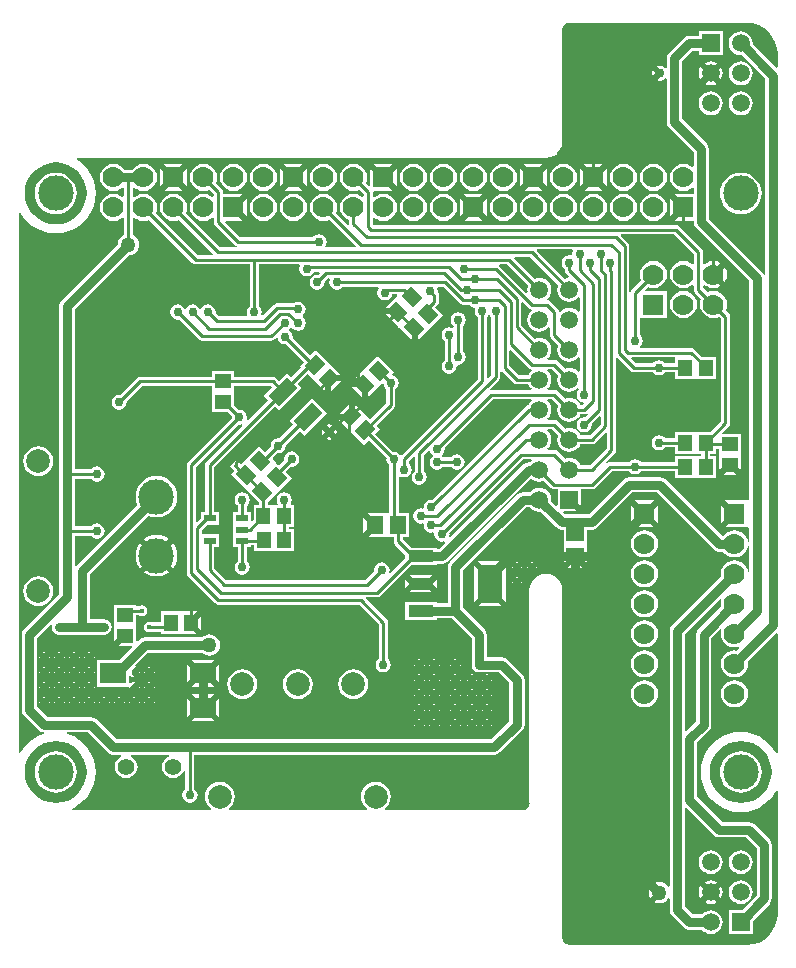
<source format=gbl>
G04 Layer_Physical_Order=2*
G04 Layer_Color=16711680*
%FSLAX25Y25*%
%MOIN*%
G70*
G01*
G75*
%ADD10R,0.04528X0.05512*%
%ADD14R,0.05315X0.04528*%
%ADD18R,0.04528X0.05315*%
G04:AMPARAMS|DCode=24|XSize=55.12mil|YSize=45.28mil|CornerRadius=0mil|HoleSize=0mil|Usage=FLASHONLY|Rotation=315.000|XOffset=0mil|YOffset=0mil|HoleType=Round|Shape=Rectangle|*
%AMROTATEDRECTD24*
4,1,4,-0.03550,0.00348,-0.00348,0.03550,0.03550,-0.00348,0.00348,-0.03550,-0.03550,0.00348,0.0*
%
%ADD24ROTATEDRECTD24*%

%ADD29R,0.05512X0.05906*%
%ADD30C,0.03000*%
%ADD31C,0.01000*%
%ADD39C,0.11811*%
%ADD40C,0.07874*%
%ADD41C,0.07000*%
%ADD42R,0.07000X0.07000*%
%ADD43R,0.05906X0.05906*%
%ADD44C,0.05906*%
%ADD45R,0.07000X0.07000*%
%ADD46C,0.05512*%
%ADD47C,0.01500*%
%ADD48C,0.03000*%
%ADD49C,0.05000*%
%ADD50P,0.01414X4X360.0*%
%ADD51R,0.03937X0.02362*%
G04:AMPARAMS|DCode=52|XSize=49.21mil|YSize=86.61mil|CornerRadius=0mil|HoleSize=0mil|Usage=FLASHONLY|Rotation=315.000|XOffset=0mil|YOffset=0mil|HoleType=Round|Shape=Rectangle|*
%AMROTATEDRECTD52*
4,1,4,-0.04802,-0.01322,0.01322,0.04802,0.04802,0.01322,-0.01322,-0.04802,-0.04802,-0.01322,0.0*
%
%ADD52ROTATEDRECTD52*%

G04:AMPARAMS|DCode=53|XSize=55.12mil|YSize=45.28mil|CornerRadius=0mil|HoleSize=0mil|Usage=FLASHONLY|Rotation=225.000|XOffset=0mil|YOffset=0mil|HoleType=Round|Shape=Rectangle|*
%AMROTATEDRECTD53*
4,1,4,0.00348,0.03550,0.03550,0.00348,-0.00348,-0.03550,-0.03550,-0.00348,0.00348,0.03550,0.0*
%
%ADD53ROTATEDRECTD53*%

%ADD54R,0.05512X0.04528*%
%ADD55R,0.08661X0.07087*%
%ADD56R,0.08465X0.03937*%
%ADD57R,0.08465X0.12795*%
%ADD58R,0.05906X0.05512*%
%ADD59C,0.00787*%
G36*
X172378Y137971D02*
X172181Y137819D01*
X171547Y136993D01*
X171342Y136498D01*
X170915Y136413D01*
X170419Y136081D01*
X139322Y104985D01*
X139000Y105049D01*
X138024Y104855D01*
X137198Y104302D01*
X136645Y103475D01*
X136451Y102500D01*
X136478Y102364D01*
X136053Y101939D01*
X135500Y102049D01*
X134525Y101855D01*
X133698Y101302D01*
X133145Y100476D01*
X132951Y99500D01*
X133145Y98524D01*
X133698Y97698D01*
X134525Y97145D01*
X135500Y96951D01*
X136053Y97061D01*
X136478Y96636D01*
X136451Y96500D01*
X136645Y95525D01*
X137198Y94698D01*
X138024Y94145D01*
X139000Y93951D01*
X139553Y94061D01*
X139978Y93636D01*
X139951Y93500D01*
X140145Y92524D01*
X140698Y91698D01*
X141525Y91145D01*
X142500Y90951D01*
X143298Y91110D01*
X143544Y90649D01*
X141499Y88604D01*
X140717D01*
Y89024D01*
X132139D01*
X129466Y91697D01*
Y92547D01*
X131693D01*
Y100453D01*
X128075D01*
Y112678D01*
X128575Y112945D01*
X129025Y112645D01*
X130000Y112451D01*
X130975Y112645D01*
X131802Y113198D01*
X132355Y114024D01*
X132549Y115000D01*
X132355Y115975D01*
X131802Y116802D01*
X131529Y116985D01*
Y117867D01*
X133009Y119346D01*
X133471Y119154D01*
Y114485D01*
X133198Y114302D01*
X132645Y113476D01*
X132451Y112500D01*
X132645Y111524D01*
X133198Y110698D01*
X134025Y110145D01*
X135000Y109951D01*
X135976Y110145D01*
X136802Y110698D01*
X137355Y111524D01*
X137549Y112500D01*
X137355Y113476D01*
X136802Y114302D01*
X136529Y114485D01*
Y119867D01*
X138111Y121448D01*
X138590Y121303D01*
X138645Y121025D01*
X139198Y120198D01*
X139493Y120000D01*
Y119500D01*
X139198Y119302D01*
X138645Y118475D01*
X138451Y117500D01*
X138645Y116525D01*
X139198Y115698D01*
X140024Y115145D01*
X141000Y114951D01*
X141975Y115145D01*
X142802Y115698D01*
X142985Y115971D01*
X145515D01*
X145698Y115698D01*
X146525Y115145D01*
X147500Y114951D01*
X148476Y115145D01*
X149302Y115698D01*
X149855Y116525D01*
X150049Y117500D01*
X149855Y118475D01*
X149302Y119302D01*
X148476Y119855D01*
X147500Y120049D01*
X146525Y119855D01*
X145698Y119302D01*
X145515Y119029D01*
X142985D01*
X142802Y119302D01*
X142507Y119500D01*
Y120000D01*
X142802Y120198D01*
X143355Y121025D01*
X143549Y122000D01*
X143485Y122322D01*
X159634Y138471D01*
X172208D01*
X172378Y137971D01*
D02*
G37*
G36*
X181341Y126496D02*
X181149Y126032D01*
X181013Y125000D01*
X181149Y123968D01*
X181547Y123007D01*
X182181Y122181D01*
X183007Y121547D01*
X183968Y121149D01*
X185000Y121013D01*
X186032Y121149D01*
X186993Y121547D01*
X187819Y122181D01*
X188453Y123007D01*
X188645Y123471D01*
X192500D01*
X193085Y123587D01*
X193581Y123919D01*
X197009Y127346D01*
X197471Y127154D01*
Y122134D01*
X191867Y116529D01*
X188645D01*
X188453Y116993D01*
X187819Y117819D01*
X186993Y118453D01*
X186032Y118851D01*
X185000Y118987D01*
X183968Y118851D01*
X183504Y118659D01*
X181081Y121081D01*
X180585Y121413D01*
X180000Y121529D01*
X177792D01*
X177622Y122029D01*
X177819Y122181D01*
X178453Y123007D01*
X178851Y123968D01*
X178987Y125000D01*
X178851Y126032D01*
X178453Y126993D01*
X177819Y127819D01*
X177622Y127971D01*
X177792Y128471D01*
X179367D01*
X181341Y126496D01*
D02*
G37*
G36*
X171419Y168919D02*
X171915Y168587D01*
X172268Y168517D01*
X172393Y167982D01*
X172181Y167819D01*
X171547Y166993D01*
X171149Y166032D01*
X171013Y165000D01*
X171149Y163968D01*
X171547Y163007D01*
X172181Y162181D01*
X173007Y161547D01*
X173968Y161149D01*
X175000Y161013D01*
X176032Y161149D01*
X176993Y161547D01*
X177819Y162181D01*
X177971Y162378D01*
X178471Y162208D01*
Y160000D01*
X178587Y159415D01*
X178919Y158919D01*
X181341Y156496D01*
X181149Y156032D01*
X181013Y155000D01*
X181149Y153968D01*
X181547Y153007D01*
X182181Y152181D01*
X183007Y151547D01*
X183968Y151149D01*
X185000Y151013D01*
X186032Y151149D01*
X186993Y151547D01*
X187819Y152181D01*
X187971Y152378D01*
X188471Y152208D01*
Y147792D01*
X187971Y147622D01*
X187819Y147819D01*
X186993Y148453D01*
X186032Y148851D01*
X185000Y148987D01*
X183968Y148851D01*
X183504Y148659D01*
X181081Y151081D01*
X180585Y151413D01*
X180000Y151529D01*
X177792D01*
X177622Y152029D01*
X177819Y152181D01*
X178453Y153007D01*
X178851Y153968D01*
X178987Y155000D01*
X178851Y156032D01*
X178453Y156993D01*
X177819Y157819D01*
X176993Y158453D01*
X176032Y158851D01*
X175000Y158987D01*
X173968Y158851D01*
X173504Y158659D01*
X169029Y163134D01*
Y170654D01*
X169491Y170846D01*
X171419Y168919D01*
D02*
G37*
G36*
X220291Y150490D02*
X216788D01*
X216605Y150763D01*
X215779Y151316D01*
X214803Y151510D01*
X213828Y151316D01*
X213001Y150763D01*
X212818Y150490D01*
X207173D01*
X205654Y152009D01*
X205846Y152471D01*
X220291D01*
Y150490D01*
D02*
G37*
G36*
X171341Y176496D02*
X171149Y176032D01*
X171013Y175000D01*
X171111Y174259D01*
X170637Y174026D01*
X161692Y182971D01*
X161829Y183408D01*
X161877Y183471D01*
X164366D01*
X171341Y176496D01*
D02*
G37*
G36*
X181341Y176496D02*
X181149Y176032D01*
X181013Y175000D01*
X181149Y173968D01*
X181547Y173007D01*
X182181Y172181D01*
X183007Y171547D01*
X183968Y171149D01*
X185000Y171013D01*
X186032Y171149D01*
X186993Y171547D01*
X187819Y172181D01*
X187971Y172378D01*
X188471Y172208D01*
Y167791D01*
X187971Y167622D01*
X187819Y167819D01*
X186993Y168453D01*
X186032Y168851D01*
X185000Y168987D01*
X183968Y168851D01*
X183007Y168453D01*
X182181Y167819D01*
X182018Y167607D01*
X181483Y167731D01*
X181413Y168085D01*
X181081Y168581D01*
X178581Y171081D01*
X178085Y171413D01*
X177732Y171483D01*
X177607Y172018D01*
X177819Y172181D01*
X178453Y173007D01*
X178851Y173968D01*
X178987Y175000D01*
X178851Y176032D01*
X178453Y176993D01*
X177819Y177819D01*
X176993Y178453D01*
X176032Y178851D01*
X175000Y178987D01*
X173968Y178851D01*
X173504Y178659D01*
X166654Y185509D01*
X166846Y185971D01*
X171867D01*
X181341Y176496D01*
D02*
G37*
G36*
X40731Y198463D02*
X41825Y198010D01*
X43000Y197855D01*
X44175Y198010D01*
X44915Y198316D01*
X59312Y183919D01*
X59808Y183587D01*
X60394Y183471D01*
X78471D01*
Y169485D01*
X78198Y169302D01*
X77645Y168475D01*
X77451Y167500D01*
X77645Y166525D01*
X77681Y166470D01*
X77446Y166029D01*
X68133D01*
X66985Y167178D01*
X67049Y167500D01*
X66855Y168475D01*
X66302Y169302D01*
X65475Y169855D01*
X64500Y170049D01*
X63525Y169855D01*
X62698Y169302D01*
X62284Y168684D01*
X61716D01*
X61302Y169302D01*
X60475Y169855D01*
X59500Y170049D01*
X58525Y169855D01*
X57698Y169302D01*
X57284Y168684D01*
X56716D01*
X56302Y169302D01*
X55475Y169855D01*
X54500Y170049D01*
X53525Y169855D01*
X52698Y169302D01*
X52145Y168475D01*
X51951Y167500D01*
X52145Y166525D01*
X52698Y165698D01*
X53525Y165145D01*
X54500Y164951D01*
X54822Y165015D01*
X61419Y158419D01*
X61915Y158087D01*
X62500Y157971D01*
X85637D01*
X86223Y158087D01*
X86719Y158419D01*
X87235Y158935D01*
X87778Y158771D01*
X87872Y158297D01*
X88425Y157471D01*
X89252Y156918D01*
X90227Y156724D01*
X90549Y156788D01*
X96425Y150912D01*
X95100Y149588D01*
X95522Y149167D01*
X92206Y145851D01*
X90841Y147216D01*
X88153Y144528D01*
X87155Y145526D01*
X86659Y145858D01*
X86073Y145974D01*
X73158D01*
Y147709D01*
X65842D01*
Y145974D01*
X41945D01*
X41360Y145858D01*
X40863Y145526D01*
X35322Y139985D01*
X35000Y140049D01*
X34025Y139855D01*
X33198Y139302D01*
X32645Y138476D01*
X32451Y137500D01*
X32645Y136524D01*
X33198Y135698D01*
X34025Y135145D01*
X35000Y134951D01*
X35976Y135145D01*
X36802Y135698D01*
X37355Y136524D01*
X37549Y137500D01*
X37485Y137822D01*
X42578Y142915D01*
X65842D01*
Y141181D01*
X65842D01*
Y140819D01*
X65842D01*
Y134291D01*
X71046D01*
X72515Y132822D01*
X72451Y132500D01*
X72515Y132178D01*
X57919Y117581D01*
X57587Y117085D01*
X57471Y116500D01*
Y80500D01*
X57587Y79915D01*
X57919Y79419D01*
X66919Y70419D01*
X67415Y70087D01*
X68000Y69971D01*
X114866D01*
X121471Y63367D01*
Y51985D01*
X121198Y51802D01*
X120645Y50976D01*
X120451Y50000D01*
X120645Y49025D01*
X121198Y48198D01*
X122025Y47645D01*
X123000Y47451D01*
X123976Y47645D01*
X124802Y48198D01*
X125355Y49025D01*
X125549Y50000D01*
X125355Y50976D01*
X124802Y51802D01*
X124529Y51985D01*
Y64000D01*
X124413Y64585D01*
X124081Y65081D01*
X117154Y72009D01*
X117346Y72471D01*
X121000D01*
X121585Y72587D01*
X122081Y72919D01*
X132249Y83087D01*
X140717D01*
Y83506D01*
X142555D01*
X143531Y83700D01*
X144358Y84253D01*
X172240Y112135D01*
X173007Y111547D01*
X173968Y111149D01*
X175000Y111013D01*
X176032Y111149D01*
X176496Y111341D01*
X178919Y108919D01*
X179415Y108587D01*
X180000Y108471D01*
X181047D01*
Y103211D01*
X180585Y103019D01*
X178942Y104662D01*
X178987Y105000D01*
X178851Y106032D01*
X178453Y106993D01*
X177819Y107819D01*
X176993Y108453D01*
X176032Y108851D01*
X175000Y108987D01*
X173968Y108851D01*
X173007Y108453D01*
X172181Y107819D01*
X171974Y107549D01*
X169500D01*
X168525Y107355D01*
X167698Y106802D01*
X145198Y84302D01*
X144645Y83476D01*
X144451Y82500D01*
Y70494D01*
X140717D01*
Y70913D01*
X130252D01*
Y64976D01*
X140717D01*
Y65396D01*
X145944D01*
X152451Y58889D01*
Y50000D01*
X152645Y49025D01*
X153198Y48198D01*
X154025Y47645D01*
X155000Y47451D01*
X161444D01*
X164951Y43944D01*
Y31056D01*
X158944Y25049D01*
X34056D01*
X27302Y31802D01*
X26476Y32355D01*
X25500Y32549D01*
X11056D01*
X7549Y36056D01*
Y58944D01*
X12149Y63544D01*
X12610Y63298D01*
X12451Y62500D01*
X12645Y61524D01*
X13198Y60698D01*
X14025Y60145D01*
X15000Y59951D01*
X30000D01*
X30975Y60145D01*
X31802Y60698D01*
X32355Y61524D01*
X32549Y62500D01*
X32355Y63476D01*
X31802Y64302D01*
X30975Y64855D01*
X30000Y65049D01*
X25049D01*
Y80070D01*
X44617Y99638D01*
X44715Y99585D01*
X46016Y99190D01*
X47370Y99057D01*
X48724Y99190D01*
X50025Y99585D01*
X51225Y100227D01*
X52277Y101090D01*
X53140Y102141D01*
X53781Y103341D01*
X54176Y104642D01*
X54309Y105996D01*
X54176Y107350D01*
X53781Y108651D01*
X53140Y109851D01*
X52277Y110903D01*
X51225Y111766D01*
X50025Y112407D01*
X48724Y112802D01*
X47370Y112935D01*
X46016Y112802D01*
X44715Y112407D01*
X43515Y111766D01*
X42463Y110903D01*
X41601Y109851D01*
X40959Y108651D01*
X40565Y107350D01*
X40431Y105996D01*
X40565Y104642D01*
X40959Y103341D01*
X41012Y103243D01*
X20698Y82928D01*
X20549Y82706D01*
X20049Y82858D01*
Y92971D01*
X25515D01*
X25698Y92698D01*
X26524Y92145D01*
X27500Y91951D01*
X28475Y92145D01*
X29302Y92698D01*
X29855Y93524D01*
X30049Y94500D01*
X29855Y95476D01*
X29302Y96302D01*
X28475Y96855D01*
X27500Y97049D01*
X26524Y96855D01*
X25698Y96302D01*
X25515Y96029D01*
X20049D01*
Y111971D01*
X25515D01*
X25698Y111698D01*
X26524Y111145D01*
X27500Y110951D01*
X28475Y111145D01*
X29302Y111698D01*
X29855Y112524D01*
X30049Y113500D01*
X29855Y114476D01*
X29302Y115302D01*
X28475Y115855D01*
X27500Y116049D01*
X26524Y115855D01*
X25698Y115302D01*
X25515Y115029D01*
X20049D01*
Y168444D01*
X38086Y186481D01*
X38914Y186590D01*
X39765Y186943D01*
X40496Y187504D01*
X41057Y188235D01*
X41410Y189086D01*
X41530Y190000D01*
X41410Y190914D01*
X41057Y191765D01*
X40496Y192496D01*
X39765Y193057D01*
X39529Y193155D01*
Y198754D01*
X40029Y199001D01*
X40731Y198463D01*
D02*
G37*
G36*
X75994Y129639D02*
X64005Y117650D01*
X63674Y117154D01*
X63557Y116568D01*
Y100921D01*
X62118D01*
Y98781D01*
X60991Y97654D01*
X60529Y97846D01*
Y115866D01*
X74678Y130015D01*
X75000Y129951D01*
X75748Y130100D01*
X75994Y129639D01*
D02*
G37*
G36*
X85990Y142366D02*
X83302Y139678D01*
X84667Y138312D01*
X77861Y131506D01*
X77400Y131752D01*
X77549Y132500D01*
X77355Y133475D01*
X76802Y134302D01*
X75976Y134855D01*
X75000Y135049D01*
X74678Y134985D01*
X73158Y136505D01*
Y140819D01*
X73158D01*
Y141181D01*
X73158D01*
Y142915D01*
X85440D01*
X85990Y142366D01*
D02*
G37*
G36*
X181341Y146496D02*
X181149Y146032D01*
X181013Y145000D01*
X181149Y143968D01*
X181547Y143007D01*
X182181Y142181D01*
X183007Y141547D01*
X183968Y141149D01*
X185000Y141013D01*
X186032Y141149D01*
X186993Y141547D01*
X187642Y142045D01*
X188145Y141896D01*
X188187Y141860D01*
X188196Y141810D01*
X188182Y141779D01*
X187645Y140975D01*
X187451Y140000D01*
X187645Y139024D01*
X188198Y138198D01*
X189024Y137645D01*
X189650Y137521D01*
X189815Y136978D01*
X189366Y136529D01*
X188645D01*
X188453Y136993D01*
X187819Y137819D01*
X186993Y138453D01*
X186032Y138851D01*
X185000Y138987D01*
X183968Y138851D01*
X183504Y138659D01*
X181081Y141081D01*
X180585Y141413D01*
X180000Y141529D01*
X177792D01*
X177622Y142029D01*
X177819Y142181D01*
X178453Y143007D01*
X178851Y143968D01*
X178987Y145000D01*
X178851Y146032D01*
X178453Y146993D01*
X177819Y147819D01*
X177622Y147971D01*
X177792Y148471D01*
X179367D01*
X181341Y146496D01*
D02*
G37*
G36*
X166419Y143919D02*
X166915Y143587D01*
X167500Y143471D01*
X171355D01*
X171547Y143007D01*
X172181Y142181D01*
X172378Y142029D01*
X172208Y141529D01*
X159000D01*
X158874Y141504D01*
X158628Y141965D01*
X161581Y144919D01*
X161913Y145415D01*
X162029Y146000D01*
Y147623D01*
X162092Y147671D01*
X162529Y147808D01*
X166419Y143919D01*
D02*
G37*
G36*
X171419Y148919D02*
X171915Y148587D01*
X172268Y148517D01*
X172393Y147982D01*
X172181Y147819D01*
X171547Y146993D01*
X171355Y146529D01*
X168133D01*
X165029Y149634D01*
Y154654D01*
X165491Y154846D01*
X171419Y148919D01*
D02*
G37*
G36*
X181341Y136496D02*
X181149Y136032D01*
X181013Y135000D01*
X181149Y133968D01*
X181547Y133007D01*
X182181Y132181D01*
X183007Y131547D01*
X183968Y131149D01*
X185000Y131013D01*
X186032Y131149D01*
X186993Y131547D01*
X187819Y132181D01*
X188453Y133007D01*
X188645Y133471D01*
X190000D01*
X190585Y133587D01*
X190982Y133852D01*
X191301Y133464D01*
X190322Y132485D01*
X190000Y132549D01*
X189024Y132355D01*
X188198Y131802D01*
X187645Y130975D01*
X187451Y130000D01*
X187645Y129025D01*
X188198Y128198D01*
X189024Y127645D01*
X190000Y127451D01*
X190975Y127645D01*
X191802Y128198D01*
X192355Y129025D01*
X192549Y130000D01*
X192485Y130322D01*
X195009Y132846D01*
X195471Y132654D01*
Y130133D01*
X191867Y126529D01*
X188645D01*
X188453Y126993D01*
X187819Y127819D01*
X186993Y128453D01*
X186032Y128851D01*
X185000Y128987D01*
X183968Y128851D01*
X183504Y128659D01*
X181081Y131081D01*
X180585Y131413D01*
X180000Y131529D01*
X177792D01*
X177622Y132029D01*
X177819Y132181D01*
X178453Y133007D01*
X178851Y133968D01*
X178987Y135000D01*
X178851Y136032D01*
X178453Y136993D01*
X177819Y137819D01*
X177622Y137971D01*
X177792Y138471D01*
X179367D01*
X181341Y136496D01*
D02*
G37*
G36*
X158698Y166198D02*
X158971Y166015D01*
Y146634D01*
X157991Y145654D01*
X157529Y145846D01*
Y166015D01*
X157802Y166198D01*
X158000Y166493D01*
X158500D01*
X158698Y166198D01*
D02*
G37*
G36*
X186181Y188030D02*
X186145Y187976D01*
X185951Y187000D01*
X185978Y186864D01*
X185553Y186439D01*
X185000Y186549D01*
X184025Y186355D01*
X183198Y185802D01*
X182645Y184976D01*
X182451Y184000D01*
X182645Y183025D01*
X183198Y182198D01*
X183471Y182015D01*
Y181500D01*
X183587Y180915D01*
X183919Y180419D01*
X184864Y179473D01*
X184685Y178945D01*
X183968Y178851D01*
X183504Y178659D01*
X174154Y188009D01*
X174346Y188471D01*
X185946D01*
X186181Y188030D01*
D02*
G37*
G36*
X226471Y186866D02*
Y183639D01*
X225971Y183393D01*
X225269Y183931D01*
X224175Y184384D01*
X223000Y184539D01*
X221825Y184384D01*
X220731Y183931D01*
X219791Y183209D01*
X219069Y182269D01*
X218616Y181175D01*
X218461Y180000D01*
X218616Y178825D01*
X219069Y177731D01*
X219791Y176791D01*
X220731Y176069D01*
X221825Y175616D01*
X223000Y175461D01*
X224175Y175616D01*
X225269Y176069D01*
X225971Y176607D01*
X226471Y176361D01*
Y175000D01*
X226587Y174415D01*
X226919Y173919D01*
X228922Y171915D01*
X228616Y171175D01*
X228461Y170000D01*
X228616Y168825D01*
X229069Y167731D01*
X229791Y166791D01*
X230731Y166069D01*
X231825Y165616D01*
X233000Y165461D01*
X234175Y165616D01*
X234915Y165922D01*
X235471Y165366D01*
Y131189D01*
X231940Y127657D01*
X227319D01*
X227181Y127657D01*
X226819D01*
X226681Y127657D01*
X220291D01*
Y125529D01*
X216985D01*
X216802Y125802D01*
X215975Y126355D01*
X215000Y126549D01*
X214024Y126355D01*
X213198Y125802D01*
X212645Y124976D01*
X212451Y124000D01*
X212645Y123024D01*
X213198Y122198D01*
X214024Y121645D01*
X215000Y121451D01*
X215975Y121645D01*
X216802Y122198D01*
X216985Y122471D01*
X220291D01*
Y120343D01*
X226681D01*
X226819Y120343D01*
X227181D01*
X227319Y120343D01*
X228916D01*
Y119658D01*
X227181D01*
Y119658D01*
X226819D01*
Y119658D01*
X220291D01*
Y117529D01*
X208985D01*
X208802Y117802D01*
X207976Y118355D01*
X207000Y118549D01*
X206025Y118355D01*
X205198Y117802D01*
X205015Y117529D01*
X198500D01*
X197915Y117413D01*
X197518Y117148D01*
X197199Y117536D01*
X200081Y120419D01*
X200413Y120915D01*
X200529Y121500D01*
Y152154D01*
X200991Y152346D01*
X205458Y147879D01*
X205954Y147548D01*
X206539Y147431D01*
X212818D01*
X213001Y147158D01*
X213828Y146606D01*
X214803Y146412D01*
X215779Y146606D01*
X216605Y147158D01*
X216788Y147431D01*
X220291D01*
Y145343D01*
X226819D01*
X226819Y145343D01*
X227181D01*
Y145343D01*
X227319Y145343D01*
X233709D01*
Y152657D01*
X229103D01*
X226679Y155081D01*
X226183Y155413D01*
X225598Y155529D01*
X208702D01*
X208551Y156029D01*
X208802Y156198D01*
X209355Y157025D01*
X209549Y158000D01*
X209355Y158976D01*
X208802Y159802D01*
X208529Y159985D01*
Y165500D01*
X217500D01*
Y174500D01*
X210316D01*
X210125Y174962D01*
X211085Y175922D01*
X211825Y175616D01*
X213000Y175461D01*
X214175Y175616D01*
X215269Y176069D01*
X216209Y176791D01*
X216931Y177731D01*
X217384Y178825D01*
X217539Y180000D01*
X217384Y181175D01*
X216931Y182269D01*
X216209Y183209D01*
X215269Y183931D01*
X214175Y184384D01*
X213000Y184539D01*
X211825Y184384D01*
X210731Y183931D01*
X209791Y183209D01*
X209069Y182269D01*
X208616Y181175D01*
X208461Y180000D01*
X208616Y178825D01*
X208922Y178085D01*
X205919Y175081D01*
X205587Y174585D01*
X205529Y174295D01*
X205029Y174345D01*
Y189500D01*
X204913Y190085D01*
X204581Y190581D01*
X202154Y193009D01*
X202346Y193471D01*
X219866D01*
X226471Y186866D01*
D02*
G37*
G36*
X172378Y117971D02*
X172181Y117819D01*
X171974Y117549D01*
X171500D01*
X170525Y117355D01*
X169698Y116802D01*
X145351Y92456D01*
X144890Y92702D01*
X145049Y93500D01*
X144985Y93822D01*
X169633Y118471D01*
X172208D01*
X172378Y117971D01*
D02*
G37*
G36*
X246111Y263735D02*
X248046Y263148D01*
X249828Y262195D01*
X251391Y260913D01*
X252673Y259350D01*
X253626Y257568D01*
X254213Y255633D01*
X254399Y253738D01*
X254376Y253622D01*
Y249095D01*
X253914Y248903D01*
X246068Y256749D01*
X246113Y257087D01*
X245977Y258119D01*
X245579Y259080D01*
X244945Y259906D01*
X244119Y260539D01*
X243158Y260938D01*
X242126Y261073D01*
X241094Y260938D01*
X240132Y260539D01*
X239307Y259906D01*
X238673Y259080D01*
X238275Y258119D01*
X238139Y257087D01*
X238275Y256055D01*
X238673Y255093D01*
X239307Y254268D01*
X240132Y253634D01*
X241094Y253236D01*
X242126Y253100D01*
X242464Y253144D01*
X250357Y245251D01*
Y180017D01*
X249856Y179967D01*
X249855Y179975D01*
X249302Y180802D01*
X231549Y198556D01*
Y222000D01*
X231355Y222975D01*
X230802Y223802D01*
X222549Y232056D01*
Y251031D01*
X226056Y254538D01*
X228173D01*
Y253134D01*
X236079D01*
Y261039D01*
X228173D01*
Y259636D01*
X225000D01*
X224025Y259442D01*
X223198Y258889D01*
X218198Y253889D01*
X217645Y253062D01*
X217451Y252087D01*
Y248948D01*
X216951Y248796D01*
X216889Y248889D01*
X216062Y249442D01*
X215087Y249636D01*
X214140Y249447D01*
X215794Y247794D01*
X215087Y247087D01*
X215794Y246379D01*
X214140Y244726D01*
X215087Y244538D01*
X216062Y244732D01*
X216889Y245284D01*
X216951Y245377D01*
X217451Y245225D01*
Y231000D01*
X217645Y230025D01*
X218198Y229198D01*
X226451Y220944D01*
Y216048D01*
X225951Y215801D01*
X225269Y216324D01*
X224175Y216778D01*
X223000Y216933D01*
X221825Y216778D01*
X220731Y216324D01*
X219791Y215603D01*
X219069Y214663D01*
X218616Y213568D01*
X218461Y212394D01*
X218616Y211219D01*
X219069Y210124D01*
X219791Y209184D01*
X220731Y208463D01*
X221825Y208010D01*
X223000Y207855D01*
X224175Y208010D01*
X225269Y208463D01*
X225951Y208986D01*
X226451Y208739D01*
Y206894D01*
X219914D01*
X223707Y203101D01*
X223000Y202394D01*
X223707Y201687D01*
X219914Y197894D01*
X226451D01*
Y197500D01*
X226645Y196525D01*
X227198Y195698D01*
X244951Y177944D01*
Y104855D01*
X244500Y104736D01*
X244451Y104736D01*
X236914D01*
X240707Y100943D01*
X240000Y100236D01*
X240707Y99529D01*
X236914Y95736D01*
X244451D01*
X244500Y95736D01*
X244951Y95618D01*
Y90936D01*
X244451Y90903D01*
X244384Y91411D01*
X243931Y92506D01*
X243209Y93446D01*
X242269Y94167D01*
X241175Y94620D01*
X240000Y94775D01*
X238825Y94620D01*
X237731Y94167D01*
X236791Y93446D01*
X236460Y93015D01*
X235858Y92983D01*
X217039Y111802D01*
X216212Y112355D01*
X215236Y112549D01*
X205000D01*
X204025Y112355D01*
X203198Y111802D01*
X191444Y100049D01*
X183556D01*
X183019Y100585D01*
X183211Y101047D01*
X187539D01*
X184293Y104293D01*
X185707Y105707D01*
X188953Y102462D01*
Y108471D01*
X192500D01*
X193085Y108587D01*
X193581Y108919D01*
X199134Y114471D01*
X205015D01*
X205198Y114198D01*
X206025Y113645D01*
X207000Y113451D01*
X207976Y113645D01*
X208802Y114198D01*
X208985Y114471D01*
X220291D01*
Y112343D01*
X226819D01*
Y112343D01*
X227181D01*
Y112343D01*
X233709D01*
Y119658D01*
X231974D01*
Y120343D01*
X233709D01*
Y121915D01*
X234744D01*
Y120319D01*
X234744Y120181D01*
Y119819D01*
X234744Y119681D01*
Y114706D01*
X237301Y117262D01*
X238500Y116063D01*
X239699Y117262D01*
X242256Y114706D01*
Y119681D01*
X242256Y119819D01*
Y120181D01*
X242256Y120319D01*
Y126709D01*
X235970D01*
X235778Y127171D01*
X238081Y129474D01*
X238413Y129970D01*
X238529Y130555D01*
Y166000D01*
X238413Y166585D01*
X238081Y167081D01*
X237078Y168085D01*
X237384Y168825D01*
X237539Y170000D01*
X237384Y171175D01*
X236931Y172269D01*
X236209Y173209D01*
X235269Y173931D01*
X234175Y174384D01*
X233000Y174539D01*
X231825Y174384D01*
X231085Y174078D01*
X229529Y175634D01*
Y176361D01*
X230029Y176607D01*
X230731Y176069D01*
X231825Y175616D01*
X233000Y175461D01*
X234175Y175616D01*
X235269Y176069D01*
X235409Y176177D01*
X232293Y179293D01*
X233000Y180000D01*
X232293Y180707D01*
X235409Y183824D01*
X235269Y183931D01*
X234175Y184384D01*
X233000Y184539D01*
X231825Y184384D01*
X230731Y183931D01*
X230029Y183393D01*
X229529Y183639D01*
Y187500D01*
X229413Y188085D01*
X229081Y188581D01*
X221581Y196081D01*
X221085Y196413D01*
X220500Y196529D01*
X119633D01*
X119529Y196634D01*
Y198754D01*
X120029Y199001D01*
X120731Y198463D01*
X121825Y198010D01*
X123000Y197855D01*
X124175Y198010D01*
X125269Y198463D01*
X126209Y199184D01*
X126931Y200124D01*
X127384Y201219D01*
X127539Y202394D01*
X127384Y203568D01*
X126931Y204663D01*
X126209Y205603D01*
X125269Y206324D01*
X124175Y206778D01*
X123000Y206932D01*
X121825Y206778D01*
X120731Y206324D01*
X120029Y205786D01*
X119529Y206033D01*
Y207394D01*
X119507Y207507D01*
X119824Y207894D01*
X126086D01*
X122293Y211687D01*
X118500Y215479D01*
Y209710D01*
X118038Y209519D01*
X117078Y210479D01*
X117384Y211219D01*
X117539Y212394D01*
X117384Y213568D01*
X116931Y214663D01*
X116209Y215603D01*
X115269Y216324D01*
X114175Y216778D01*
X113000Y216933D01*
X111825Y216778D01*
X110731Y216324D01*
X109791Y215603D01*
X109069Y214663D01*
X108616Y213568D01*
X108461Y212394D01*
X108616Y211219D01*
X109069Y210124D01*
X109791Y209184D01*
X110731Y208463D01*
X111825Y208010D01*
X113000Y207855D01*
X114175Y208010D01*
X114915Y208316D01*
X116471Y206760D01*
Y206033D01*
X115971Y205786D01*
X115269Y206324D01*
X114175Y206778D01*
X113000Y206932D01*
X111825Y206778D01*
X110731Y206324D01*
X109791Y205603D01*
X109069Y204663D01*
X108616Y203568D01*
X108461Y202394D01*
X108616Y201219D01*
X109069Y200124D01*
X109791Y199184D01*
X110731Y198463D01*
X111471Y198156D01*
Y197000D01*
X111522Y196742D01*
X111061Y196495D01*
X107078Y200479D01*
X107384Y201219D01*
X107539Y202394D01*
X107384Y203568D01*
X106931Y204663D01*
X106209Y205603D01*
X105269Y206324D01*
X104175Y206778D01*
X103000Y206932D01*
X101825Y206778D01*
X100731Y206324D01*
X99791Y205603D01*
X99069Y204663D01*
X98616Y203568D01*
X98461Y202394D01*
X98616Y201219D01*
X99069Y200124D01*
X99791Y199184D01*
X100731Y198463D01*
X101825Y198010D01*
X103000Y197855D01*
X104175Y198010D01*
X104915Y198316D01*
X113740Y189491D01*
X113548Y189029D01*
X103791D01*
X103524Y189529D01*
X103855Y190024D01*
X104049Y191000D01*
X103855Y191975D01*
X103302Y192802D01*
X102476Y193355D01*
X101500Y193549D01*
X100524Y193355D01*
X99698Y192802D01*
X99515Y192529D01*
X75134D01*
X70231Y197432D01*
X70423Y197894D01*
X76086D01*
X72293Y201687D01*
X73000Y202394D01*
X72293Y203101D01*
X76086Y206894D01*
X69529D01*
Y207394D01*
X69413Y207979D01*
X69081Y208475D01*
X67078Y210479D01*
X67384Y211219D01*
X67539Y212394D01*
X67384Y213568D01*
X66931Y214663D01*
X66209Y215603D01*
X65269Y216324D01*
X64175Y216778D01*
X63000Y216933D01*
X61825Y216778D01*
X60731Y216324D01*
X59791Y215603D01*
X59069Y214663D01*
X58616Y213568D01*
X58461Y212394D01*
X58616Y211219D01*
X59069Y210124D01*
X59791Y209184D01*
X60731Y208463D01*
X61825Y208010D01*
X63000Y207855D01*
X64175Y208010D01*
X64915Y208316D01*
X66471Y206760D01*
Y206033D01*
X65971Y205786D01*
X65269Y206324D01*
X64175Y206778D01*
X63000Y206932D01*
X61825Y206778D01*
X60731Y206324D01*
X59791Y205603D01*
X59069Y204663D01*
X58616Y203568D01*
X58461Y202394D01*
X58616Y201219D01*
X59069Y200124D01*
X59791Y199184D01*
X60731Y198463D01*
X61825Y198010D01*
X63000Y197855D01*
X64175Y198010D01*
X65269Y198463D01*
X65971Y199001D01*
X66471Y198754D01*
Y197500D01*
X66587Y196915D01*
X66919Y196419D01*
X73419Y189919D01*
X73915Y189587D01*
X74204Y189529D01*
X74155Y189029D01*
X68527D01*
X57078Y200479D01*
X57384Y201219D01*
X57539Y202394D01*
X57384Y203568D01*
X56931Y204663D01*
X56209Y205603D01*
X55269Y206324D01*
X54175Y206778D01*
X53000Y206932D01*
X51825Y206778D01*
X50731Y206324D01*
X49791Y205603D01*
X49069Y204663D01*
X48616Y203568D01*
X48461Y202394D01*
X48616Y201219D01*
X49069Y200124D01*
X49791Y199184D01*
X50731Y198463D01*
X51825Y198010D01*
X53000Y197855D01*
X54175Y198010D01*
X54915Y198316D01*
X66240Y186991D01*
X66048Y186529D01*
X61027D01*
X47078Y200479D01*
X47384Y201219D01*
X47539Y202394D01*
X47384Y203568D01*
X46931Y204663D01*
X46209Y205603D01*
X45269Y206324D01*
X44175Y206778D01*
X43000Y206932D01*
X41825Y206778D01*
X40731Y206324D01*
X40029Y205786D01*
X39529Y206033D01*
Y208754D01*
X40029Y209001D01*
X40731Y208463D01*
X41825Y208010D01*
X43000Y207855D01*
X44175Y208010D01*
X45269Y208463D01*
X46209Y209184D01*
X46931Y210124D01*
X47384Y211219D01*
X47539Y212394D01*
X47384Y213568D01*
X46931Y214663D01*
X46209Y215603D01*
X45269Y216324D01*
X44175Y216778D01*
X43000Y216933D01*
X41825Y216778D01*
X40731Y216324D01*
X39791Y215603D01*
X39284Y214943D01*
X36716D01*
X36209Y215603D01*
X35269Y216324D01*
X34175Y216778D01*
X33000Y216933D01*
X31825Y216778D01*
X30731Y216324D01*
X29791Y215603D01*
X29069Y214663D01*
X28616Y213568D01*
X28461Y212394D01*
X28616Y211219D01*
X29069Y210124D01*
X29791Y209184D01*
X30731Y208463D01*
X31825Y208010D01*
X33000Y207855D01*
X34175Y208010D01*
X35269Y208463D01*
X35971Y209001D01*
X36471Y208754D01*
Y206033D01*
X35971Y205786D01*
X35269Y206324D01*
X34175Y206778D01*
X33000Y206932D01*
X31825Y206778D01*
X30731Y206324D01*
X29791Y205603D01*
X29069Y204663D01*
X28616Y203568D01*
X28461Y202394D01*
X28616Y201219D01*
X29069Y200124D01*
X29791Y199184D01*
X30731Y198463D01*
X31825Y198010D01*
X33000Y197855D01*
X34175Y198010D01*
X35269Y198463D01*
X35971Y199001D01*
X36471Y198754D01*
Y193155D01*
X36235Y193057D01*
X35504Y192496D01*
X34943Y191765D01*
X34590Y190914D01*
X34481Y190086D01*
X15698Y171302D01*
X15145Y170475D01*
X14951Y169500D01*
Y113500D01*
Y94500D01*
Y73556D01*
X3198Y61802D01*
X2645Y60975D01*
X2451Y60000D01*
Y35000D01*
X2645Y34025D01*
X3198Y33198D01*
X8198Y28198D01*
X9025Y27645D01*
X10000Y27451D01*
X9983Y26958D01*
X9651Y26878D01*
X7715Y26076D01*
X5927Y24981D01*
X4333Y23619D01*
X2972Y22025D01*
X2029Y20487D01*
X1529Y20628D01*
Y147638D01*
Y200644D01*
X2029Y200785D01*
X2977Y199238D01*
X4338Y197645D01*
X5931Y196284D01*
X7718Y195190D01*
X9653Y194388D01*
X11691Y193899D01*
X13780Y193734D01*
X15868Y193899D01*
X17906Y194388D01*
X19841Y195190D01*
X21628Y196284D01*
X23221Y197645D01*
X24582Y199238D01*
X25676Y201025D01*
X26478Y202961D01*
X26967Y204998D01*
X27132Y207087D01*
X26967Y209175D01*
X26478Y211213D01*
X25676Y213148D01*
X24582Y214935D01*
X23221Y216528D01*
X21628Y217889D01*
X20693Y218462D01*
X20828Y218943D01*
X177132D01*
X177362Y218989D01*
X178552Y219145D01*
X179874Y219693D01*
X180274Y220000D01*
X181000D01*
Y220557D01*
X181010Y220565D01*
X181882Y221700D01*
X182430Y223023D01*
X182586Y224213D01*
X182632Y224442D01*
Y261297D01*
X182665Y261463D01*
X182665D01*
X182644Y261489D01*
X182824Y262394D01*
X183352Y263184D01*
X184141Y263712D01*
X185047Y263892D01*
X185072Y263871D01*
Y263871D01*
X185238Y263904D01*
X244100D01*
X244198Y263923D01*
X246111Y263735D01*
D02*
G37*
G36*
X233198Y88434D02*
X234025Y87881D01*
X235000Y87687D01*
X236284D01*
X236791Y87027D01*
X237731Y86305D01*
X238825Y85852D01*
X240000Y85697D01*
X241175Y85852D01*
X242269Y86305D01*
X243209Y87027D01*
X243931Y87967D01*
X244384Y89061D01*
X244451Y89569D01*
X244951Y89536D01*
Y80936D01*
X244451Y80903D01*
X244384Y81411D01*
X243931Y82506D01*
X243209Y83446D01*
X242269Y84167D01*
X241175Y84620D01*
X240000Y84775D01*
X238825Y84620D01*
X237731Y84167D01*
X236791Y83446D01*
X236069Y82506D01*
X235616Y81411D01*
X235461Y80236D01*
X235570Y79411D01*
X219198Y63039D01*
X218645Y62212D01*
X218451Y61236D01*
Y-23927D01*
X217951Y-24096D01*
X217496Y-23504D01*
X216765Y-22943D01*
X215914Y-22590D01*
X215000Y-22470D01*
X214086Y-22590D01*
X213321Y-22907D01*
X215707Y-25293D01*
X215000Y-26000D01*
X215707Y-26707D01*
X213321Y-29093D01*
X214086Y-29410D01*
X215000Y-29530D01*
X215914Y-29410D01*
X216765Y-29057D01*
X217496Y-28496D01*
X217951Y-27904D01*
X218451Y-28073D01*
Y-31827D01*
X218645Y-32802D01*
X219198Y-33629D01*
X223198Y-37629D01*
X224025Y-38182D01*
X225000Y-38376D01*
X229099D01*
X229307Y-38646D01*
X230133Y-39279D01*
X231094Y-39678D01*
X232126Y-39814D01*
X233158Y-39678D01*
X234119Y-39279D01*
X234945Y-38646D01*
X235579Y-37820D01*
X235977Y-36859D01*
X236113Y-35827D01*
X235977Y-34795D01*
X235579Y-33833D01*
X234945Y-33008D01*
X234119Y-32374D01*
X233158Y-31976D01*
X232126Y-31840D01*
X231094Y-31976D01*
X230133Y-32374D01*
X229307Y-33008D01*
X229099Y-33278D01*
X226056D01*
X223549Y-30771D01*
Y2193D01*
X224011Y2384D01*
X233198Y-6802D01*
X234025Y-7355D01*
X235000Y-7549D01*
X243944D01*
X247451Y-11056D01*
Y-26897D01*
X242474Y-31874D01*
X238173D01*
Y-39780D01*
X246079D01*
Y-35479D01*
X251802Y-29755D01*
X252355Y-28928D01*
X252549Y-27953D01*
Y-10000D01*
X252355Y-9025D01*
X251802Y-8198D01*
X246802Y-3198D01*
X245975Y-2645D01*
X245000Y-2451D01*
X236056D01*
X227549Y6056D01*
Y24205D01*
X231542Y28198D01*
X232094Y29024D01*
X232288Y30000D01*
Y58920D01*
X235283Y61915D01*
X235707Y61632D01*
X235616Y61411D01*
X235461Y60236D01*
X235616Y59061D01*
X236069Y57967D01*
X236791Y57027D01*
X237731Y56305D01*
X238825Y55852D01*
X240000Y55697D01*
X241175Y55852D01*
X241395Y55943D01*
X241679Y55519D01*
X240825Y54666D01*
X240000Y54775D01*
X238825Y54620D01*
X237731Y54167D01*
X236791Y53446D01*
X236069Y52506D01*
X235616Y51411D01*
X235461Y50236D01*
X235616Y49062D01*
X236069Y47967D01*
X236791Y47027D01*
X237731Y46306D01*
X238825Y45852D01*
X240000Y45697D01*
X241175Y45852D01*
X242269Y46306D01*
X243209Y47027D01*
X243931Y47967D01*
X244384Y49062D01*
X244539Y50236D01*
X244430Y51062D01*
X253914Y60546D01*
X254376Y60354D01*
Y20628D01*
X253876Y20487D01*
X252933Y22025D01*
X251572Y23619D01*
X249978Y24981D01*
X248191Y26076D01*
X246254Y26878D01*
X244216Y27367D01*
X242126Y27532D01*
X240036Y27367D01*
X237998Y26878D01*
X236061Y26076D01*
X234274Y24981D01*
X232680Y23619D01*
X231318Y22025D01*
X230223Y20238D01*
X229421Y18301D01*
X228932Y16263D01*
X228767Y14173D01*
X228932Y12083D01*
X229421Y10045D01*
X230223Y8108D01*
X231318Y6321D01*
X232680Y4727D01*
X234274Y3366D01*
X236061Y2270D01*
X237998Y1468D01*
X240036Y979D01*
X242126Y814D01*
X244216Y979D01*
X246254Y1468D01*
X248191Y2270D01*
X249978Y3366D01*
X251572Y4727D01*
X252933Y6321D01*
X253876Y7859D01*
X254376Y7718D01*
Y-33150D01*
X254396Y-33247D01*
X254207Y-35161D01*
X253620Y-37095D01*
X252667Y-38878D01*
X251385Y-40440D01*
X249823Y-41723D01*
X248040Y-42675D01*
X246106Y-43262D01*
X244192Y-43451D01*
X244094Y-43431D01*
X185039D01*
X184974Y-43444D01*
X184108Y-43272D01*
X183318Y-42745D01*
X182791Y-41955D01*
X182619Y-41089D01*
X182632Y-41024D01*
Y74803D01*
X182649D01*
X182462Y76222D01*
X181915Y77545D01*
X181043Y78681D01*
X179907Y79552D01*
X178585Y80100D01*
X177165Y80287D01*
X175746Y80100D01*
X174423Y79552D01*
X173288Y78681D01*
X172416Y77545D01*
X171868Y76222D01*
X171681Y74803D01*
X171699D01*
Y3937D01*
X171712Y3871D01*
X171540Y3006D01*
X171012Y2216D01*
X170223Y1688D01*
X169357Y1516D01*
X169291Y1529D01*
X123605D01*
X123435Y2029D01*
X124021Y2479D01*
X124812Y3510D01*
X125310Y4711D01*
X125480Y6000D01*
X125310Y7289D01*
X124812Y8490D01*
X124021Y9521D01*
X122990Y10312D01*
X121789Y10810D01*
X120500Y10980D01*
X119211Y10810D01*
X118010Y10312D01*
X116979Y9521D01*
X116188Y8490D01*
X115690Y7289D01*
X115520Y6000D01*
X115690Y4711D01*
X116188Y3510D01*
X116979Y2479D01*
X117565Y2029D01*
X117395Y1529D01*
X71605D01*
X71435Y2029D01*
X72021Y2479D01*
X72812Y3510D01*
X73310Y4711D01*
X73480Y6000D01*
X73310Y7289D01*
X72812Y8490D01*
X72021Y9521D01*
X70990Y10312D01*
X69789Y10810D01*
X68500Y10980D01*
X67211Y10810D01*
X66010Y10312D01*
X64979Y9521D01*
X64188Y8490D01*
X63690Y7289D01*
X63520Y6000D01*
X63690Y4711D01*
X64188Y3510D01*
X64979Y2479D01*
X65565Y2029D01*
X65395Y1529D01*
X19337D01*
X19239Y2020D01*
X19844Y2270D01*
X21632Y3366D01*
X23226Y4727D01*
X24587Y6321D01*
X25682Y8108D01*
X26485Y10045D01*
X26974Y12083D01*
X27138Y14173D01*
X26974Y16263D01*
X26485Y18301D01*
X25682Y20238D01*
X24587Y22025D01*
X23226Y23619D01*
X21632Y24981D01*
X19844Y26076D01*
X17908Y26878D01*
X17604Y26951D01*
X17663Y27451D01*
X24444D01*
X31198Y20698D01*
X32024Y20145D01*
X33000Y19951D01*
X35669D01*
X35769Y19451D01*
X35358Y19281D01*
X34573Y18679D01*
X33971Y17894D01*
X33593Y16981D01*
X33464Y16000D01*
X33593Y15020D01*
X33971Y14106D01*
X34573Y13321D01*
X35358Y12719D01*
X36272Y12341D01*
X37252Y12212D01*
X38232Y12341D01*
X39146Y12719D01*
X39931Y13321D01*
X40533Y14106D01*
X40911Y15020D01*
X41040Y16000D01*
X40911Y16981D01*
X40533Y17894D01*
X39931Y18679D01*
X39146Y19281D01*
X38735Y19451D01*
X38835Y19951D01*
X51417D01*
X51517Y19451D01*
X51106Y19281D01*
X50321Y18679D01*
X49719Y17894D01*
X49341Y16981D01*
X49212Y16000D01*
X49341Y15020D01*
X49719Y14106D01*
X50321Y13321D01*
X51106Y12719D01*
X52020Y12341D01*
X53000Y12212D01*
X53980Y12341D01*
X54894Y12719D01*
X55679Y13321D01*
X56281Y14106D01*
X56471Y14564D01*
X56971Y14465D01*
Y8485D01*
X56698Y8302D01*
X56145Y7475D01*
X55951Y6500D01*
X56145Y5525D01*
X56698Y4698D01*
X57525Y4145D01*
X58500Y3951D01*
X59475Y4145D01*
X60302Y4698D01*
X60855Y5525D01*
X61049Y6500D01*
X60855Y7475D01*
X60302Y8302D01*
X60029Y8485D01*
Y19951D01*
X160000D01*
X160976Y20145D01*
X161802Y20698D01*
X169302Y28198D01*
X169855Y29024D01*
X170049Y30000D01*
Y45000D01*
X169855Y45976D01*
X169302Y46802D01*
X164302Y51802D01*
X163476Y52355D01*
X162500Y52549D01*
X157549D01*
Y59945D01*
X157355Y60920D01*
X156802Y61747D01*
X149549Y69001D01*
Y81444D01*
X170556Y102451D01*
X171974D01*
X172181Y102181D01*
X173007Y101547D01*
X173968Y101149D01*
X175000Y101013D01*
X175338Y101058D01*
X180698Y95698D01*
X181525Y95145D01*
X182500Y94951D01*
X183047D01*
Y90319D01*
X183047Y90181D01*
Y89819D01*
X183047Y89681D01*
Y83721D01*
X186096Y86770D01*
X187000Y85866D01*
X187904Y86770D01*
X190953Y83721D01*
Y89681D01*
X190953Y89819D01*
Y90181D01*
X190953Y90319D01*
Y94951D01*
X192500D01*
X193475Y95145D01*
X194302Y95698D01*
X206056Y107451D01*
X214180D01*
X233198Y88434D01*
D02*
G37*
G36*
X15791Y217199D02*
X17725Y216612D01*
X19508Y215660D01*
X21070Y214377D01*
X22353Y212815D01*
X23305Y211032D01*
X23892Y209098D01*
X24090Y207087D01*
X23892Y205075D01*
X23305Y203141D01*
X22353Y201358D01*
X21070Y199796D01*
X19508Y198514D01*
X17725Y197561D01*
X15791Y196974D01*
X13780Y196776D01*
X11768Y196974D01*
X9834Y197561D01*
X8051Y198514D01*
X6489Y199796D01*
X5206Y201358D01*
X4254Y203141D01*
X3667Y205075D01*
X3469Y207087D01*
X3667Y209098D01*
X4254Y211032D01*
X5206Y212815D01*
X6489Y214377D01*
X8051Y215660D01*
X9834Y216612D01*
X11768Y217199D01*
X13780Y217397D01*
X15791Y217199D01*
D02*
G37*
G36*
X15792Y24292D02*
X17728Y23705D01*
X19512Y22752D01*
X21075Y21469D01*
X22358Y19905D01*
X23311Y18122D01*
X23899Y16186D01*
X24097Y14173D01*
X23899Y12160D01*
X23311Y10225D01*
X22358Y8441D01*
X21075Y6878D01*
X19512Y5595D01*
X17728Y4641D01*
X15792Y4054D01*
X13780Y3856D01*
X11767Y4054D01*
X9831Y4641D01*
X8048Y5595D01*
X6484Y6878D01*
X5201Y8441D01*
X4248Y10225D01*
X3661Y12160D01*
X3462Y14173D01*
X3661Y16186D01*
X4248Y18122D01*
X5201Y19905D01*
X6484Y21469D01*
X8048Y22752D01*
X9831Y23705D01*
X11767Y24292D01*
X13780Y24490D01*
X15792Y24292D01*
D02*
G37*
G36*
X95181Y183030D02*
X95145Y182975D01*
X94951Y182000D01*
X95145Y181025D01*
X95698Y180198D01*
X96525Y179645D01*
X97500Y179451D01*
X98475Y179645D01*
X99302Y180198D01*
X99819Y180971D01*
X101654D01*
X101846Y180509D01*
X101322Y179985D01*
X101000Y180049D01*
X100024Y179855D01*
X99198Y179302D01*
X98645Y178475D01*
X98451Y177500D01*
X98645Y176524D01*
X99198Y175698D01*
X100024Y175145D01*
X101000Y174951D01*
X101976Y175145D01*
X102802Y175698D01*
X103355Y176524D01*
X103549Y177500D01*
X103485Y177822D01*
X104495Y178832D01*
X104763Y178803D01*
X104849Y178730D01*
X105112Y178309D01*
X104951Y177500D01*
X105145Y176524D01*
X105698Y175698D01*
X106525Y175145D01*
X107500Y174951D01*
X108475Y175145D01*
X109302Y175698D01*
X109485Y175971D01*
X121209D01*
X121476Y175471D01*
X121145Y174976D01*
X120951Y174000D01*
X121145Y173024D01*
X121698Y172198D01*
X122524Y171645D01*
X123500Y171451D01*
X124476Y171645D01*
X125302Y172198D01*
X125855Y173024D01*
X125944Y173471D01*
X127506D01*
X127697Y173009D01*
X127344Y172656D01*
X127119Y172430D01*
X123600Y168912D01*
X127216D01*
Y166912D01*
X123600D01*
X127747Y162766D01*
X127912Y162600D01*
X128266Y162247D01*
X132412Y158100D01*
Y161716D01*
X134412D01*
Y158100D01*
X137930Y161619D01*
X138156Y161844D01*
X138381Y162070D01*
X142900Y166588D01*
X140325Y169162D01*
X141081Y169919D01*
X141413Y170415D01*
X141529Y171000D01*
Y173000D01*
X141413Y173585D01*
X141081Y174081D01*
X140985Y174178D01*
X141049Y174500D01*
X140855Y175476D01*
X140819Y175530D01*
X141054Y175971D01*
X142867D01*
X148419Y170419D01*
X148915Y170087D01*
X149500Y169971D01*
X151515D01*
X151698Y169698D01*
X152524Y169145D01*
X153182Y169014D01*
X153500Y168951D01*
X153545Y168471D01*
X153451Y168000D01*
X153645Y167025D01*
X154198Y166198D01*
X154471Y166015D01*
Y145133D01*
X129226Y119889D01*
X128582Y119952D01*
X128348Y120302D01*
X127521Y120855D01*
X126546Y121049D01*
X126224Y120985D01*
X120348Y126861D01*
X121900Y128412D01*
X120673Y129639D01*
X126581Y135547D01*
X126913Y136043D01*
X127029Y136628D01*
Y142015D01*
X127302Y142198D01*
X127855Y143025D01*
X128049Y144000D01*
X127855Y144975D01*
X127302Y145802D01*
X126476Y146355D01*
X125973Y146455D01*
X125809Y146997D01*
X126400Y147588D01*
X121088Y152900D01*
X116570Y148381D01*
X116344Y148156D01*
X116119Y147930D01*
X112601Y144412D01*
X116216D01*
Y142716D01*
X117912D01*
Y139101D01*
X121430Y142619D01*
X121656Y142844D01*
X122503Y143691D01*
X123045Y143526D01*
X123145Y143025D01*
X123698Y142198D01*
X123971Y142015D01*
Y137262D01*
X118510Y131801D01*
X117156Y133156D01*
X116930Y133381D01*
X113412Y136899D01*
Y133284D01*
X111716D01*
Y131588D01*
X108100D01*
X111619Y128070D01*
X111844Y127844D01*
X112070Y127619D01*
X116588Y123100D01*
X118185Y124698D01*
X124061Y118822D01*
X123997Y118500D01*
X124191Y117525D01*
X124743Y116698D01*
X125016Y116515D01*
Y100453D01*
X124319D01*
X124181Y100453D01*
X123819D01*
X123681Y100453D01*
X117721D01*
X120770Y97404D01*
X119866Y96500D01*
X120770Y95596D01*
X117721Y92547D01*
X123681D01*
X123819Y92547D01*
X124181D01*
X124319Y92547D01*
X126408D01*
Y91063D01*
X126524Y90478D01*
X126856Y89982D01*
X130252Y86585D01*
Y85415D01*
X125365Y80528D01*
X124905Y80775D01*
X125049Y81500D01*
X124855Y82476D01*
X124302Y83302D01*
X123476Y83855D01*
X122500Y84049D01*
X121525Y83855D01*
X120698Y83302D01*
X120145Y82476D01*
X119951Y81500D01*
X120015Y81178D01*
X116867Y78029D01*
X70634D01*
X66616Y82047D01*
Y89079D01*
X68055D01*
Y93441D01*
X62529D01*
Y94867D01*
X64222Y96559D01*
X68055D01*
Y100921D01*
X66616D01*
Y115935D01*
X86830Y136149D01*
X88196Y134784D01*
X95735Y142322D01*
X94369Y143688D01*
X97685Y147004D01*
X99619Y145070D01*
X99844Y144844D01*
X100070Y144619D01*
X103588Y141101D01*
Y144716D01*
X105284D01*
Y146412D01*
X108899D01*
X105381Y149930D01*
X105156Y150156D01*
X104930Y150381D01*
X100412Y154900D01*
X98588Y153075D01*
X92712Y158951D01*
X92776Y159273D01*
X92582Y160248D01*
X92030Y161075D01*
X91618Y161351D01*
Y161952D01*
X91848Y162106D01*
X92002Y162337D01*
X92604D01*
X92879Y161925D01*
X93706Y161372D01*
X94681Y161178D01*
X95657Y161372D01*
X96484Y161925D01*
X97036Y162752D01*
X97230Y163727D01*
X97036Y164703D01*
X96484Y165530D01*
X96072Y165805D01*
Y166406D01*
X96302Y166560D01*
X96855Y167387D01*
X97049Y168363D01*
X96855Y169338D01*
X96302Y170165D01*
X95476Y170718D01*
X94500Y170912D01*
X93524Y170718D01*
X93106Y170438D01*
X87580D01*
X86995Y170321D01*
X86499Y169990D01*
X82898Y166389D01*
X82384Y166531D01*
X82362Y166560D01*
X82549Y167500D01*
X82355Y168475D01*
X81802Y169302D01*
X81529Y169485D01*
Y183471D01*
X94946D01*
X95181Y183030D01*
D02*
G37*
G36*
X235707Y71631D02*
X235616Y71411D01*
X235461Y70236D01*
X235570Y69411D01*
X227937Y61778D01*
X227384Y60951D01*
X227190Y59976D01*
Y31056D01*
X224011Y27876D01*
X223549Y28068D01*
Y60180D01*
X235283Y71915D01*
X235707Y71631D01*
D02*
G37*
G36*
X244139Y24292D02*
X246074Y23705D01*
X247858Y22752D01*
X249421Y21469D01*
X250705Y19905D01*
X251658Y18122D01*
X252245Y16186D01*
X252443Y14173D01*
X252245Y12160D01*
X251658Y10225D01*
X250705Y8441D01*
X249421Y6878D01*
X247858Y5595D01*
X246074Y4641D01*
X244139Y4054D01*
X242126Y3856D01*
X240113Y4054D01*
X238178Y4641D01*
X236394Y5595D01*
X234831Y6878D01*
X233547Y8441D01*
X232594Y10225D01*
X232007Y12160D01*
X231809Y14173D01*
X232007Y16186D01*
X232594Y18122D01*
X233547Y19905D01*
X234831Y21469D01*
X236394Y22752D01*
X238178Y23705D01*
X240113Y24292D01*
X242126Y24490D01*
X244139Y24292D01*
D02*
G37*
%LPC*%
G36*
X154223Y40309D02*
X153914Y40000D01*
X154223Y39691D01*
X154284Y40000D01*
X154223Y40309D01*
D02*
G37*
G36*
X159223D02*
X158914Y40000D01*
X159223Y39691D01*
X159284Y40000D01*
X159223Y40309D01*
D02*
G37*
G36*
X145277Y40309D02*
X145216Y40000D01*
X145277Y39691D01*
X145586Y40000D01*
X145277Y40309D01*
D02*
G37*
G36*
X150777D02*
X150716Y40000D01*
X150777Y39691D01*
X151086Y40000D01*
X150777Y40309D01*
D02*
G37*
G36*
X136723Y40309D02*
X136414Y40000D01*
X136723Y39691D01*
X136784Y40000D01*
X136723Y40309D01*
D02*
G37*
G36*
X155777Y40309D02*
X155716Y40000D01*
X155777Y39691D01*
X156086Y40000D01*
X155777Y40309D01*
D02*
G37*
G36*
X141723Y40309D02*
X141414Y40000D01*
X141723Y39691D01*
X141784Y40000D01*
X141723Y40309D01*
D02*
G37*
G36*
X148723D02*
X148414Y40000D01*
X148723Y39691D01*
X148784Y40000D01*
X148723Y40309D01*
D02*
G37*
G36*
X157500Y38586D02*
X157191Y38277D01*
X157500Y38216D01*
X157809Y38277D01*
X157500Y38586D01*
D02*
G37*
G36*
X152500D02*
X152191Y38277D01*
X152500Y38216D01*
X152809Y38277D01*
X152500Y38586D01*
D02*
G37*
G36*
X76000Y48480D02*
X74711Y48310D01*
X73510Y47813D01*
X72479Y47021D01*
X71688Y45990D01*
X71190Y44789D01*
X71020Y43500D01*
X71190Y42211D01*
X71688Y41010D01*
X72479Y39979D01*
X73510Y39187D01*
X74711Y38690D01*
X76000Y38520D01*
X77289Y38690D01*
X78490Y39187D01*
X79521Y39979D01*
X80313Y41010D01*
X80810Y42211D01*
X80980Y43500D01*
X80810Y44789D01*
X80313Y45990D01*
X79521Y47021D01*
X78490Y47813D01*
X77289Y48310D01*
X76000Y48480D01*
D02*
G37*
G36*
X113000D02*
X111711Y48310D01*
X110510Y47813D01*
X109479Y47021D01*
X108687Y45990D01*
X108190Y44789D01*
X108020Y43500D01*
X108190Y42211D01*
X108687Y41010D01*
X109479Y39979D01*
X110510Y39187D01*
X111711Y38690D01*
X113000Y38520D01*
X114289Y38690D01*
X115490Y39187D01*
X116521Y39979D01*
X117313Y41010D01*
X117810Y42211D01*
X117980Y43500D01*
X117810Y44789D01*
X117313Y45990D01*
X116521Y47021D01*
X115490Y47813D01*
X114289Y48310D01*
X113000Y48480D01*
D02*
G37*
G36*
X94500D02*
X93211Y48310D01*
X92010Y47813D01*
X90979Y47021D01*
X90188Y45990D01*
X89690Y44789D01*
X89520Y43500D01*
X89690Y42211D01*
X90188Y41010D01*
X90979Y39979D01*
X92010Y39187D01*
X93211Y38690D01*
X94500Y38520D01*
X95789Y38690D01*
X96990Y39187D01*
X98021Y39979D01*
X98813Y41010D01*
X99310Y42211D01*
X99480Y43500D01*
X99310Y44789D01*
X98813Y45990D01*
X98021Y47021D01*
X96990Y47813D01*
X95789Y48310D01*
X94500Y48480D01*
D02*
G37*
G36*
X46723Y37809D02*
X46414Y37500D01*
X46723Y37191D01*
X46784Y37500D01*
X46723Y37809D01*
D02*
G37*
G36*
X41723D02*
X41414Y37500D01*
X41723Y37191D01*
X41784Y37500D01*
X41723Y37809D01*
D02*
G37*
G36*
X135000Y38586D02*
X134691Y38277D01*
X135000Y38216D01*
X135309Y38277D01*
X135000Y38586D01*
D02*
G37*
G36*
X147000D02*
X146691Y38277D01*
X147000Y38216D01*
X147309Y38277D01*
X147000Y38586D01*
D02*
G37*
G36*
X140000D02*
X139691Y38277D01*
X140000Y38216D01*
X140309Y38277D01*
X140000Y38586D01*
D02*
G37*
G36*
X40000Y39284D02*
X39691Y39223D01*
X40000Y38914D01*
X40309Y39223D01*
X40000Y39284D01*
D02*
G37*
G36*
X35000D02*
X34691Y39223D01*
X35000Y38914D01*
X35309Y39223D01*
X35000Y39284D01*
D02*
G37*
G36*
X45000D02*
X44691Y39223D01*
X45000Y38914D01*
X45309Y39223D01*
X45000Y39284D01*
D02*
G37*
G36*
X138277Y40309D02*
X138216Y40000D01*
X138277Y39691D01*
X138586Y40000D01*
X138277Y40309D01*
D02*
G37*
G36*
X133277D02*
X133216Y40000D01*
X133277Y39691D01*
X133586Y40000D01*
X133277Y40309D01*
D02*
G37*
G36*
X15000Y39284D02*
X14691Y39223D01*
X15000Y38914D01*
X15309Y39223D01*
X15000Y39284D01*
D02*
G37*
G36*
X10000D02*
X9691Y39223D01*
X10000Y38914D01*
X10309Y39223D01*
X10000Y39284D01*
D02*
G37*
G36*
X20000D02*
X19691Y39223D01*
X20000Y38914D01*
X20309Y39223D01*
X20000Y39284D01*
D02*
G37*
G36*
X30000D02*
X29691Y39223D01*
X30000Y38914D01*
X30309Y39223D01*
X30000Y39284D01*
D02*
G37*
G36*
X25000D02*
X24691Y39223D01*
X25000Y38914D01*
X25309Y39223D01*
X25000Y39284D01*
D02*
G37*
G36*
X45000Y44284D02*
X44691Y44223D01*
X45000Y43914D01*
X45309Y44223D01*
X45000Y44284D01*
D02*
G37*
G36*
X25000D02*
X24691Y44223D01*
X25000Y43914D01*
X25309Y44223D01*
X25000Y44284D01*
D02*
G37*
G36*
X20000D02*
X19691Y44223D01*
X20000Y43914D01*
X20309Y44223D01*
X20000Y44284D01*
D02*
G37*
G36*
X133277Y45309D02*
X133216Y45000D01*
X133277Y44691D01*
X133586Y45000D01*
X133277Y45309D01*
D02*
G37*
G36*
X57512Y50231D02*
Y43973D01*
X60641Y47102D01*
X57512Y50231D01*
D02*
G37*
G36*
X68173Y50231D02*
X65044Y47102D01*
X68173Y43973D01*
Y50231D01*
D02*
G37*
G36*
X152500Y43586D02*
X152191Y43277D01*
X152500Y43216D01*
X152809Y43277D01*
X152500Y43586D01*
D02*
G37*
G36*
X147000D02*
X146691Y43277D01*
X147000Y43216D01*
X147309Y43277D01*
X147000Y43586D01*
D02*
G37*
G36*
X140000D02*
X139691Y43277D01*
X140000Y43216D01*
X140309Y43277D01*
X140000Y43586D01*
D02*
G37*
G36*
X15000Y44284D02*
X14691Y44223D01*
X15000Y43914D01*
X15309Y44223D01*
X15000Y44284D01*
D02*
G37*
G36*
X10000D02*
X9691Y44223D01*
X10000Y43914D01*
X10309Y44223D01*
X10000Y44284D01*
D02*
G37*
G36*
X157500Y43586D02*
X157191Y43277D01*
X157500Y43216D01*
X157809Y43277D01*
X157500Y43586D01*
D02*
G37*
G36*
X159223Y45309D02*
X158914Y45000D01*
X159223Y44691D01*
X159284Y45000D01*
X159223Y45309D01*
D02*
G37*
G36*
X154223D02*
X153914Y45000D01*
X154223Y44691D01*
X154284Y45000D01*
X154223Y45309D01*
D02*
G37*
G36*
X148723D02*
X148414Y45000D01*
X148723Y44691D01*
X148784Y45000D01*
X148723Y45309D01*
D02*
G37*
G36*
X15000Y46086D02*
X14691Y45777D01*
X15000Y45716D01*
X15309Y45777D01*
X15000Y46086D01*
D02*
G37*
G36*
X10000D02*
X9691Y45777D01*
X10000Y45716D01*
X10309Y45777D01*
X10000Y46086D01*
D02*
G37*
G36*
X150777Y45309D02*
X150716Y45000D01*
X150777Y44691D01*
X151086Y45000D01*
X150777Y45309D01*
D02*
G37*
G36*
X145277D02*
X145216Y45000D01*
X145277Y44691D01*
X145586Y45000D01*
X145277Y45309D01*
D02*
G37*
G36*
X138277D02*
X138216Y45000D01*
X138277Y44691D01*
X138586Y45000D01*
X138277Y45309D01*
D02*
G37*
G36*
X141723Y45309D02*
X141414Y45000D01*
X141723Y44691D01*
X141784Y45000D01*
X141723Y45309D01*
D02*
G37*
G36*
X136723D02*
X136414Y45000D01*
X136723Y44691D01*
X136784Y45000D01*
X136723Y45309D01*
D02*
G37*
G36*
X155777Y45309D02*
X155716Y45000D01*
X155777Y44691D01*
X156086Y45000D01*
X155777Y45309D01*
D02*
G37*
G36*
X147000Y41784D02*
X146691Y41723D01*
X147000Y41414D01*
X147309Y41723D01*
X147000Y41784D01*
D02*
G37*
G36*
X140000D02*
X139691Y41723D01*
X140000Y41414D01*
X140309Y41723D01*
X140000Y41784D01*
D02*
G37*
G36*
X135000D02*
X134691Y41723D01*
X135000Y41414D01*
X135309Y41723D01*
X135000Y41784D01*
D02*
G37*
G36*
X8277Y42809D02*
X8216Y42500D01*
X8277Y42191D01*
X8586Y42500D01*
X8277Y42809D01*
D02*
G37*
G36*
X157500Y41784D02*
X157191Y41723D01*
X157500Y41414D01*
X157809Y41723D01*
X157500Y41784D01*
D02*
G37*
G36*
X152500D02*
X152191Y41723D01*
X152500Y41414D01*
X152809Y41723D01*
X152500Y41784D01*
D02*
G37*
G36*
X20000Y41086D02*
X19691Y40777D01*
X20000Y40716D01*
X20309Y40777D01*
X20000Y41086D01*
D02*
G37*
G36*
X15000D02*
X14691Y40777D01*
X15000Y40716D01*
X15309Y40777D01*
X15000Y41086D01*
D02*
G37*
G36*
X10000D02*
X9691Y40777D01*
X10000Y40716D01*
X10309Y40777D01*
X10000Y41086D01*
D02*
G37*
G36*
X45000D02*
X44691Y40777D01*
X45000Y40716D01*
X45309Y40777D01*
X45000Y41086D01*
D02*
G37*
G36*
X40000D02*
X39691Y40777D01*
X40000Y40716D01*
X40309Y40777D01*
X40000Y41086D01*
D02*
G37*
G36*
X25000D02*
X24691Y40777D01*
X25000Y40716D01*
X25309Y40777D01*
X25000Y41086D01*
D02*
G37*
G36*
X41723Y42809D02*
X41414Y42500D01*
X41723Y42191D01*
X41784Y42500D01*
X41723Y42809D01*
D02*
G37*
G36*
X26723D02*
X26414Y42500D01*
X26723Y42191D01*
X26784Y42500D01*
X26723Y42809D01*
D02*
G37*
G36*
X21723D02*
X21414Y42500D01*
X21723Y42191D01*
X21784Y42500D01*
X21723Y42809D01*
D02*
G37*
G36*
X135000Y43586D02*
X134691Y43277D01*
X135000Y43216D01*
X135309Y43277D01*
X135000Y43586D01*
D02*
G37*
G36*
X66759Y51646D02*
X58926D01*
X62762Y47809D01*
X62055Y47102D01*
X62762Y46395D01*
X58926Y42559D01*
X66759D01*
X62923Y46395D01*
X63630Y47102D01*
X62923Y47809D01*
X66759Y51646D01*
D02*
G37*
G36*
X46723Y42809D02*
X46414Y42500D01*
X46723Y42191D01*
X46784Y42500D01*
X46723Y42809D01*
D02*
G37*
G36*
X23277Y42809D02*
X23216Y42500D01*
X23277Y42191D01*
X23586Y42500D01*
X23277Y42809D01*
D02*
G37*
G36*
X18277D02*
X18216Y42500D01*
X18277Y42191D01*
X18586Y42500D01*
X18277Y42809D01*
D02*
G37*
G36*
X13277D02*
X13216Y42500D01*
X13277Y42191D01*
X13586Y42500D01*
X13277Y42809D01*
D02*
G37*
G36*
X16723Y42809D02*
X16414Y42500D01*
X16723Y42191D01*
X16784Y42500D01*
X16723Y42809D01*
D02*
G37*
G36*
X11723D02*
X11414Y42500D01*
X11723Y42191D01*
X11784Y42500D01*
X11723Y42809D01*
D02*
G37*
G36*
X43277Y42809D02*
X43216Y42500D01*
X43277Y42191D01*
X43586Y42500D01*
X43277Y42809D01*
D02*
G37*
G36*
X36723Y37809D02*
X36414Y37500D01*
X36723Y37191D01*
X36784Y37500D01*
X36723Y37809D01*
D02*
G37*
G36*
X66759Y40228D02*
X58926D01*
X62762Y36392D01*
X62055Y35685D01*
X62762Y34978D01*
X58926Y31142D01*
X66759D01*
X62923Y34978D01*
X63630Y35685D01*
X62923Y36392D01*
X66759Y40228D01*
D02*
G37*
G36*
X159223Y30309D02*
X158914Y30000D01*
X159223Y29691D01*
X159284Y30000D01*
X159223Y30309D01*
D02*
G37*
G36*
X140000Y31784D02*
X139691Y31723D01*
X140000Y31414D01*
X140309Y31723D01*
X140000Y31784D01*
D02*
G37*
G36*
X135000D02*
X134691Y31723D01*
X135000Y31414D01*
X135309Y31723D01*
X135000Y31784D01*
D02*
G37*
G36*
X148723Y30309D02*
X148414Y30000D01*
X148723Y29691D01*
X148784Y30000D01*
X148723Y30309D01*
D02*
G37*
G36*
X136723D02*
X136414Y30000D01*
X136723Y29691D01*
X136784Y30000D01*
X136723Y30309D01*
D02*
G37*
G36*
X155777Y30309D02*
X155716Y30000D01*
X155777Y29691D01*
X156086Y30000D01*
X155777Y30309D01*
D02*
G37*
G36*
X141723Y30309D02*
X141414Y30000D01*
X141723Y29691D01*
X141784Y30000D01*
X141723Y30309D01*
D02*
G37*
G36*
X154223D02*
X153914Y30000D01*
X154223Y29691D01*
X154284Y30000D01*
X154223Y30309D01*
D02*
G37*
G36*
X147000Y31784D02*
X146691Y31723D01*
X147000Y31414D01*
X147309Y31723D01*
X147000Y31784D01*
D02*
G37*
G36*
Y33586D02*
X146691Y33277D01*
X147000Y33216D01*
X147309Y33277D01*
X147000Y33586D01*
D02*
G37*
G36*
X140000D02*
X139691Y33277D01*
X140000Y33216D01*
X140309Y33277D01*
X140000Y33586D01*
D02*
G37*
G36*
X157500D02*
X157191Y33277D01*
X157500Y33216D01*
X157809Y33277D01*
X157500Y33586D01*
D02*
G37*
G36*
X152500D02*
X152191Y33277D01*
X152500Y33216D01*
X152809Y33277D01*
X152500Y33586D01*
D02*
G37*
G36*
X135000D02*
X134691Y33277D01*
X135000Y33216D01*
X135309Y33277D01*
X135000Y33586D01*
D02*
G37*
G36*
X157500Y31784D02*
X157191Y31723D01*
X157500Y31414D01*
X157809Y31723D01*
X157500Y31784D01*
D02*
G37*
G36*
X152500D02*
X152191Y31723D01*
X152500Y31414D01*
X152809Y31723D01*
X152500Y31784D01*
D02*
G37*
G36*
X57512Y38814D02*
Y32556D01*
X60641Y35685D01*
X57512Y38814D01*
D02*
G37*
G36*
X68173Y38814D02*
X65044Y35685D01*
X68173Y32556D01*
Y38814D01*
D02*
G37*
G36*
X138277Y30309D02*
X138216Y30000D01*
X138277Y29691D01*
X138586Y30000D01*
X138277Y30309D01*
D02*
G37*
G36*
X133277D02*
X133216Y30000D01*
X133277Y29691D01*
X133586Y30000D01*
X133277Y30309D01*
D02*
G37*
G36*
X150777D02*
X150716Y30000D01*
X150777Y29691D01*
X151086Y30000D01*
X150777Y30309D01*
D02*
G37*
G36*
X145277D02*
X145216Y30000D01*
X145277Y29691D01*
X145586Y30000D01*
X145277Y30309D01*
D02*
G37*
G36*
X157500Y28586D02*
X157191Y28277D01*
X157500Y28216D01*
X157809Y28277D01*
X157500Y28586D01*
D02*
G37*
G36*
X140000D02*
X139691Y28277D01*
X140000Y28216D01*
X140309Y28277D01*
X140000Y28586D01*
D02*
G37*
G36*
X135000D02*
X134691Y28277D01*
X135000Y28216D01*
X135309Y28277D01*
X135000Y28586D01*
D02*
G37*
G36*
X152500D02*
X152191Y28277D01*
X152500Y28216D01*
X152809Y28277D01*
X152500Y28586D01*
D02*
G37*
G36*
X147000D02*
X146691Y28277D01*
X147000Y28216D01*
X147309Y28277D01*
X147000Y28586D01*
D02*
G37*
G36*
X8277Y37809D02*
X8216Y37500D01*
X8277Y37191D01*
X8586Y37500D01*
X8277Y37809D01*
D02*
G37*
G36*
X157500Y36784D02*
X157191Y36723D01*
X157500Y36414D01*
X157809Y36723D01*
X157500Y36784D01*
D02*
G37*
G36*
X18277Y37809D02*
X18216Y37500D01*
X18277Y37191D01*
X18586Y37500D01*
X18277Y37809D01*
D02*
G37*
G36*
X13277D02*
X13216Y37500D01*
X13277Y37191D01*
X13586Y37500D01*
X13277Y37809D01*
D02*
G37*
G36*
X152500Y36784D02*
X152191Y36723D01*
X152500Y36414D01*
X152809Y36723D01*
X152500Y36784D01*
D02*
G37*
G36*
X135000D02*
X134691Y36723D01*
X135000Y36414D01*
X135309Y36723D01*
X135000Y36784D01*
D02*
G37*
G36*
X45000Y36086D02*
X44691Y35777D01*
X45000Y35716D01*
X45309Y35777D01*
X45000Y36086D01*
D02*
G37*
G36*
X147000Y36784D02*
X146691Y36723D01*
X147000Y36414D01*
X147309Y36723D01*
X147000Y36784D01*
D02*
G37*
G36*
X140000D02*
X139691Y36723D01*
X140000Y36414D01*
X140309Y36723D01*
X140000Y36784D01*
D02*
G37*
G36*
X23277Y37809D02*
X23216Y37500D01*
X23277Y37191D01*
X23586Y37500D01*
X23277Y37809D01*
D02*
G37*
G36*
X21723Y37809D02*
X21414Y37500D01*
X21723Y37191D01*
X21784Y37500D01*
X21723Y37809D01*
D02*
G37*
G36*
X16723D02*
X16414Y37500D01*
X16723Y37191D01*
X16784Y37500D01*
X16723Y37809D01*
D02*
G37*
G36*
X31723D02*
X31414Y37500D01*
X31723Y37191D01*
X31784Y37500D01*
X31723Y37809D01*
D02*
G37*
G36*
X26723D02*
X26414Y37500D01*
X26723Y37191D01*
X26784Y37500D01*
X26723Y37809D01*
D02*
G37*
G36*
X11723D02*
X11414Y37500D01*
X11723Y37191D01*
X11784Y37500D01*
X11723Y37809D01*
D02*
G37*
G36*
X33277Y37809D02*
X33216Y37500D01*
X33277Y37191D01*
X33586Y37500D01*
X33277Y37809D01*
D02*
G37*
G36*
X28277D02*
X28216Y37500D01*
X28277Y37191D01*
X28586Y37500D01*
X28277Y37809D01*
D02*
G37*
G36*
X43277D02*
X43216Y37500D01*
X43277Y37191D01*
X43586Y37500D01*
X43277Y37809D01*
D02*
G37*
G36*
X38277D02*
X38216Y37500D01*
X38277Y37191D01*
X38586Y37500D01*
X38277Y37809D01*
D02*
G37*
G36*
X154223Y35309D02*
X153914Y35000D01*
X154223Y34691D01*
X154284Y35000D01*
X154223Y35309D01*
D02*
G37*
G36*
X136723D02*
X136414Y35000D01*
X136723Y34691D01*
X136784Y35000D01*
X136723Y35309D01*
D02*
G37*
G36*
X148723D02*
X148414Y35000D01*
X148723Y34691D01*
X148784Y35000D01*
X148723Y35309D01*
D02*
G37*
G36*
X141723D02*
X141414Y35000D01*
X141723Y34691D01*
X141784Y35000D01*
X141723Y35309D01*
D02*
G37*
G36*
X155777Y35309D02*
X155716Y35000D01*
X155777Y34691D01*
X156086Y35000D01*
X155777Y35309D01*
D02*
G37*
G36*
X138277D02*
X138216Y35000D01*
X138277Y34691D01*
X138586Y35000D01*
X138277Y35309D01*
D02*
G37*
G36*
X133277D02*
X133216Y35000D01*
X133277Y34691D01*
X133586Y35000D01*
X133277Y35309D01*
D02*
G37*
G36*
X150777D02*
X150716Y35000D01*
X150777Y34691D01*
X151086Y35000D01*
X150777Y35309D01*
D02*
G37*
G36*
X145277D02*
X145216Y35000D01*
X145277Y34691D01*
X145586Y35000D01*
X145277Y35309D01*
D02*
G37*
G36*
X159223Y35309D02*
X158914Y35000D01*
X159223Y34691D01*
X159284Y35000D01*
X159223Y35309D01*
D02*
G37*
G36*
X30000Y36086D02*
X29691Y35777D01*
X30000Y35716D01*
X30309Y35777D01*
X30000Y36086D01*
D02*
G37*
G36*
X25000D02*
X24691Y35777D01*
X25000Y35716D01*
X25309Y35777D01*
X25000Y36086D01*
D02*
G37*
G36*
X40000D02*
X39691Y35777D01*
X40000Y35716D01*
X40309Y35777D01*
X40000Y36086D01*
D02*
G37*
G36*
X35000D02*
X34691Y35777D01*
X35000Y35716D01*
X35309Y35777D01*
X35000Y36086D01*
D02*
G37*
G36*
X20000D02*
X19691Y35777D01*
X20000Y35716D01*
X20309Y35777D01*
X20000Y36086D01*
D02*
G37*
G36*
X15000D02*
X14691Y35777D01*
X15000Y35716D01*
X15309Y35777D01*
X15000Y36086D01*
D02*
G37*
G36*
X10000D02*
X9691Y35777D01*
X10000Y35716D01*
X10309Y35777D01*
X10000Y36086D01*
D02*
G37*
G36*
X47370Y93250D02*
X46016Y93117D01*
X44715Y92722D01*
X43515Y92080D01*
X43240Y91855D01*
X47370Y87725D01*
X51500Y91855D01*
X51225Y92080D01*
X50025Y92722D01*
X48724Y93117D01*
X47370Y93250D01*
D02*
G37*
G36*
X45000Y49284D02*
X44691Y49223D01*
X45000Y48914D01*
X45309Y49223D01*
X45000Y49284D01*
D02*
G37*
G36*
X25000D02*
X24691Y49223D01*
X25000Y48914D01*
X25309Y49223D01*
X25000Y49284D01*
D02*
G37*
G36*
X138277Y50309D02*
X138216Y50000D01*
X138277Y49691D01*
X138586Y50000D01*
X138277Y50309D01*
D02*
G37*
G36*
X133277D02*
X133216Y50000D01*
X133277Y49691D01*
X133586Y50000D01*
X133277Y50309D01*
D02*
G37*
G36*
X20000Y49284D02*
X19691Y49223D01*
X20000Y48914D01*
X20309Y49223D01*
X20000Y49284D01*
D02*
G37*
G36*
X147000Y48586D02*
X146691Y48277D01*
X147000Y48216D01*
X147309Y48277D01*
X147000Y48586D01*
D02*
G37*
G36*
X140000D02*
X139691Y48277D01*
X140000Y48216D01*
X140309Y48277D01*
X140000Y48586D01*
D02*
G37*
G36*
X15000Y49284D02*
X14691Y49223D01*
X15000Y48914D01*
X15309Y49223D01*
X15000Y49284D01*
D02*
G37*
G36*
X10000D02*
X9691Y49223D01*
X10000Y48914D01*
X10309Y49223D01*
X10000Y49284D01*
D02*
G37*
G36*
X145277Y50309D02*
X145216Y50000D01*
X145277Y49691D01*
X145586Y50000D01*
X145277Y50309D01*
D02*
G37*
G36*
X25000Y51086D02*
X24691Y50777D01*
X25000Y50716D01*
X25309Y50777D01*
X25000Y51086D01*
D02*
G37*
G36*
X20000D02*
X19691Y50777D01*
X20000Y50716D01*
X20309Y50777D01*
X20000Y51086D01*
D02*
G37*
G36*
X140000Y51784D02*
X139691Y51723D01*
X140000Y51414D01*
X140309Y51723D01*
X140000Y51784D01*
D02*
G37*
G36*
X135000D02*
X134691Y51723D01*
X135000Y51414D01*
X135309Y51723D01*
X135000Y51784D01*
D02*
G37*
G36*
X15000Y51086D02*
X14691Y50777D01*
X15000Y50716D01*
X15309Y50777D01*
X15000Y51086D01*
D02*
G37*
G36*
X141723Y50309D02*
X141414Y50000D01*
X141723Y49691D01*
X141784Y50000D01*
X141723Y50309D01*
D02*
G37*
G36*
X136723D02*
X136414Y50000D01*
X136723Y49691D01*
X136784Y50000D01*
X136723Y50309D01*
D02*
G37*
G36*
X10000Y51086D02*
X9691Y50777D01*
X10000Y50716D01*
X10309Y50777D01*
X10000Y51086D01*
D02*
G37*
G36*
X148723Y50309D02*
X148414Y50000D01*
X148723Y49691D01*
X148784Y50000D01*
X148723Y50309D01*
D02*
G37*
G36*
X135000Y48586D02*
X134691Y48277D01*
X135000Y48216D01*
X135309Y48277D01*
X135000Y48586D01*
D02*
G37*
G36*
X152500Y46784D02*
X152191Y46723D01*
X152500Y46414D01*
X152809Y46723D01*
X152500Y46784D01*
D02*
G37*
G36*
X147000D02*
X146691Y46723D01*
X147000Y46414D01*
X147309Y46723D01*
X147000Y46784D01*
D02*
G37*
G36*
X8277Y47809D02*
X8216Y47500D01*
X8277Y47191D01*
X8586Y47500D01*
X8277Y47809D01*
D02*
G37*
G36*
X157500Y46784D02*
X157191Y46723D01*
X157500Y46414D01*
X157809Y46723D01*
X157500Y46784D01*
D02*
G37*
G36*
X140000D02*
X139691Y46723D01*
X140000Y46414D01*
X140309Y46723D01*
X140000Y46784D01*
D02*
G37*
G36*
X25000Y46086D02*
X24691Y45777D01*
X25000Y45716D01*
X25309Y45777D01*
X25000Y46086D01*
D02*
G37*
G36*
X20000D02*
X19691Y45777D01*
X20000Y45716D01*
X20309Y45777D01*
X20000Y46086D01*
D02*
G37*
G36*
X135000Y46784D02*
X134691Y46723D01*
X135000Y46414D01*
X135309Y46723D01*
X135000Y46784D01*
D02*
G37*
G36*
X45000Y46086D02*
X44691Y45777D01*
X45000Y45716D01*
X45309Y45777D01*
X45000Y46086D01*
D02*
G37*
G36*
X13277Y47809D02*
X13216Y47500D01*
X13277Y47191D01*
X13586Y47500D01*
X13277Y47809D01*
D02*
G37*
G36*
X41723Y47809D02*
X41414Y47500D01*
X41723Y47191D01*
X41784Y47500D01*
X41723Y47809D01*
D02*
G37*
G36*
X21723D02*
X21414Y47500D01*
X21723Y47191D01*
X21784Y47500D01*
X21723Y47809D01*
D02*
G37*
G36*
X46723D02*
X46414Y47500D01*
X46723Y47191D01*
X46784Y47500D01*
X46723Y47809D01*
D02*
G37*
G36*
X26723D02*
X26414Y47500D01*
X26723Y47191D01*
X26784Y47500D01*
X26723Y47809D01*
D02*
G37*
G36*
X16723D02*
X16414Y47500D01*
X16723Y47191D01*
X16784Y47500D01*
X16723Y47809D01*
D02*
G37*
G36*
X23277Y47809D02*
X23216Y47500D01*
X23277Y47191D01*
X23586Y47500D01*
X23277Y47809D01*
D02*
G37*
G36*
X18277D02*
X18216Y47500D01*
X18277Y47191D01*
X18586Y47500D01*
X18277Y47809D01*
D02*
G37*
G36*
X11723Y47809D02*
X11414Y47500D01*
X11723Y47191D01*
X11784Y47500D01*
X11723Y47809D01*
D02*
G37*
G36*
X43277Y47809D02*
X43216Y47500D01*
X43277Y47191D01*
X43586Y47500D01*
X43277Y47809D01*
D02*
G37*
G36*
X139302Y79969D02*
X131666D01*
X133928Y77707D01*
X133221Y77000D01*
X133928Y76293D01*
X131666Y74032D01*
X139302D01*
X137041Y76293D01*
X137748Y77000D01*
X137041Y77707D01*
X139302Y79969D01*
D02*
G37*
G36*
X130252Y78554D02*
Y75446D01*
X131806Y77000D01*
X130252Y78554D01*
D02*
G37*
G36*
X140717Y78554D02*
X139162Y77000D01*
X140717Y75446D01*
Y78554D01*
D02*
G37*
G36*
X47370Y84897D02*
X43240Y80767D01*
X43515Y80541D01*
X44715Y79900D01*
X46016Y79505D01*
X47370Y79372D01*
X48724Y79505D01*
X50025Y79900D01*
X51225Y80541D01*
X51500Y80767D01*
X47370Y84897D01*
D02*
G37*
G36*
X52914Y90441D02*
X48784Y86311D01*
X52914Y82181D01*
X53140Y82456D01*
X53781Y83656D01*
X54176Y84957D01*
X54309Y86311D01*
X54176Y87665D01*
X53781Y88966D01*
X53140Y90166D01*
X52914Y90441D01*
D02*
G37*
G36*
X41826D02*
X41601Y90166D01*
X40959Y88966D01*
X40565Y87665D01*
X40431Y86311D01*
X40565Y84957D01*
X40959Y83656D01*
X41601Y82456D01*
X41826Y82181D01*
X45956Y86311D01*
X41826Y90441D01*
D02*
G37*
G36*
X16723Y52809D02*
X16414Y52500D01*
X16723Y52191D01*
X16784Y52500D01*
X16723Y52809D01*
D02*
G37*
G36*
X11723D02*
X11414Y52500D01*
X11723Y52191D01*
X11784Y52500D01*
X11723Y52809D01*
D02*
G37*
G36*
X26723D02*
X26414Y52500D01*
X26723Y52191D01*
X26784Y52500D01*
X26723Y52809D01*
D02*
G37*
G36*
X21723D02*
X21414Y52500D01*
X21723Y52191D01*
X21784Y52500D01*
X21723Y52809D01*
D02*
G37*
G36*
X23277Y52809D02*
X23216Y52500D01*
X23277Y52191D01*
X23586Y52500D01*
X23277Y52809D01*
D02*
G37*
G36*
X8277D02*
X8216Y52500D01*
X8277Y52191D01*
X8586Y52500D01*
X8277Y52809D01*
D02*
G37*
G36*
X147000Y51784D02*
X146691Y51723D01*
X147000Y51414D01*
X147309Y51723D01*
X147000Y51784D01*
D02*
G37*
G36*
X18277Y52809D02*
X18216Y52500D01*
X18277Y52191D01*
X18586Y52500D01*
X18277Y52809D01*
D02*
G37*
G36*
X13277D02*
X13216Y52500D01*
X13277Y52191D01*
X13586Y52500D01*
X13277Y52809D01*
D02*
G37*
G36*
X10000Y54284D02*
X9691Y54223D01*
X10000Y53914D01*
X10309Y54223D01*
X10000Y54284D01*
D02*
G37*
G36*
X55681Y67756D02*
X55319D01*
X55181Y67756D01*
X48791D01*
Y64029D01*
X45861D01*
X45683Y64148D01*
X45000Y64284D01*
X44317Y64148D01*
X43738Y63762D01*
X43352Y63183D01*
X43216Y62500D01*
X43352Y61817D01*
X43738Y61238D01*
X44317Y60852D01*
X45000Y60716D01*
X45683Y60852D01*
X45861Y60971D01*
X48791D01*
Y60244D01*
X55181D01*
X55319Y60244D01*
X55681D01*
X55819Y60244D01*
X60794D01*
X58238Y62801D01*
X59437Y64000D01*
X58238Y65199D01*
X60794Y67756D01*
X55819D01*
X55681Y67756D01*
D02*
G37*
G36*
X42500Y69784D02*
X41817Y69648D01*
X41639Y69529D01*
X40657D01*
Y69764D01*
X33342D01*
Y63374D01*
X33342Y63236D01*
Y62874D01*
X33342Y62736D01*
Y57761D01*
X35899Y60317D01*
X37313Y58903D01*
X34757Y56346D01*
X39088D01*
X39280Y55884D01*
X35041Y51646D01*
X27591D01*
Y42559D01*
X37806D01*
X38167Y42559D01*
X38216Y42500D01*
X38277Y42191D01*
X39293Y43207D01*
X40309Y44223D01*
X40000Y44284D01*
X39317Y44148D01*
X38752Y43771D01*
X38667Y43787D01*
X38252Y43934D01*
Y46066D01*
X38667Y46213D01*
X38752Y46229D01*
X39317Y45851D01*
X40000Y45716D01*
X40309Y45777D01*
X39293Y46793D01*
X40000Y47500D01*
X39293Y48207D01*
X40445Y49359D01*
X40333Y49728D01*
X44556Y53951D01*
X62572D01*
X63235Y53443D01*
X64086Y53090D01*
X65000Y52970D01*
X65914Y53090D01*
X66765Y53443D01*
X67496Y54004D01*
X68057Y54735D01*
X68410Y55586D01*
X68530Y56500D01*
X68410Y57414D01*
X68057Y58265D01*
X67496Y58996D01*
X66765Y59557D01*
X65914Y59910D01*
X65000Y60030D01*
X64086Y59910D01*
X63235Y59557D01*
X62572Y59049D01*
X43500D01*
X42524Y58855D01*
X41698Y58302D01*
X41119Y57724D01*
X40657Y57916D01*
Y62736D01*
X40657Y62874D01*
Y63236D01*
X40657Y63374D01*
Y66471D01*
X41639D01*
X41817Y66351D01*
X42500Y66216D01*
X43183Y66351D01*
X43762Y66738D01*
X44148Y67317D01*
X44284Y68000D01*
X44148Y68683D01*
X43762Y69262D01*
X43183Y69648D01*
X42500Y69784D01*
D02*
G37*
G36*
X62209Y66342D02*
X59867Y64000D01*
X62209Y61658D01*
Y66342D01*
D02*
G37*
G36*
X20000Y54284D02*
X19691Y54223D01*
X20000Y53914D01*
X20309Y54223D01*
X20000Y54284D01*
D02*
G37*
G36*
X15000D02*
X14691Y54223D01*
X15000Y53914D01*
X15309Y54223D01*
X15000Y54284D01*
D02*
G37*
G36*
X25000D02*
X24691Y54223D01*
X25000Y53914D01*
X25309Y54223D01*
X25000Y54284D01*
D02*
G37*
G36*
X223000Y174539D02*
X221825Y174384D01*
X220731Y173931D01*
X219791Y173209D01*
X219069Y172269D01*
X218616Y171175D01*
X218461Y170000D01*
X218616Y168825D01*
X219069Y167731D01*
X219791Y166791D01*
X220731Y166069D01*
X221825Y165616D01*
X223000Y165461D01*
X224175Y165616D01*
X225269Y166069D01*
X226209Y166791D01*
X226931Y167731D01*
X227384Y168825D01*
X227539Y170000D01*
X227384Y171175D01*
X226931Y172269D01*
X226209Y173209D01*
X225269Y173931D01*
X224175Y174384D01*
X223000Y174539D01*
D02*
G37*
G36*
X133000Y206932D02*
X131825Y206778D01*
X130731Y206324D01*
X129791Y205603D01*
X129069Y204663D01*
X128616Y203568D01*
X128461Y202394D01*
X128616Y201219D01*
X129069Y200124D01*
X129791Y199184D01*
X130731Y198463D01*
X131825Y198010D01*
X133000Y197855D01*
X134175Y198010D01*
X135269Y198463D01*
X136209Y199184D01*
X136931Y200124D01*
X137384Y201219D01*
X137539Y202394D01*
X137384Y203568D01*
X136931Y204663D01*
X136209Y205603D01*
X135269Y206324D01*
X134175Y206778D01*
X133000Y206932D01*
D02*
G37*
G36*
X93000D02*
X91825Y206778D01*
X90731Y206324D01*
X89791Y205603D01*
X89069Y204663D01*
X88616Y203568D01*
X88461Y202394D01*
X88616Y201219D01*
X89069Y200124D01*
X89791Y199184D01*
X90731Y198463D01*
X91825Y198010D01*
X93000Y197855D01*
X94175Y198010D01*
X95269Y198463D01*
X96209Y199184D01*
X96931Y200124D01*
X97384Y201219D01*
X97539Y202394D01*
X97384Y203568D01*
X96931Y204663D01*
X96209Y205603D01*
X95269Y206324D01*
X94175Y206778D01*
X93000Y206932D01*
D02*
G37*
G36*
X163000D02*
X161825Y206778D01*
X160731Y206324D01*
X159791Y205603D01*
X159069Y204663D01*
X158616Y203568D01*
X158461Y202394D01*
X158616Y201219D01*
X159069Y200124D01*
X159791Y199184D01*
X160731Y198463D01*
X161825Y198010D01*
X163000Y197855D01*
X164175Y198010D01*
X165269Y198463D01*
X166209Y199184D01*
X166931Y200124D01*
X167384Y201219D01*
X167539Y202394D01*
X167384Y203568D01*
X166931Y204663D01*
X166209Y205603D01*
X165269Y206324D01*
X164175Y206778D01*
X163000Y206932D01*
D02*
G37*
G36*
X143000D02*
X141825Y206778D01*
X140731Y206324D01*
X139791Y205603D01*
X139069Y204663D01*
X138616Y203568D01*
X138461Y202394D01*
X138616Y201219D01*
X139069Y200124D01*
X139791Y199184D01*
X140731Y198463D01*
X141825Y198010D01*
X143000Y197855D01*
X144175Y198010D01*
X145269Y198463D01*
X146209Y199184D01*
X146931Y200124D01*
X147384Y201219D01*
X147539Y202394D01*
X147384Y203568D01*
X146931Y204663D01*
X146209Y205603D01*
X145269Y206324D01*
X144175Y206778D01*
X143000Y206932D01*
D02*
G37*
G36*
X83000D02*
X81825Y206778D01*
X80731Y206324D01*
X79791Y205603D01*
X79069Y204663D01*
X78616Y203568D01*
X78461Y202394D01*
X78616Y201219D01*
X79069Y200124D01*
X79791Y199184D01*
X80731Y198463D01*
X81825Y198010D01*
X83000Y197855D01*
X84175Y198010D01*
X85269Y198463D01*
X86209Y199184D01*
X86931Y200124D01*
X87384Y201219D01*
X87539Y202394D01*
X87384Y203568D01*
X86931Y204663D01*
X86209Y205603D01*
X85269Y206324D01*
X84175Y206778D01*
X83000Y206932D01*
D02*
G37*
G36*
X236824Y182409D02*
X234414Y180000D01*
X236824Y177591D01*
X236931Y177731D01*
X237384Y178825D01*
X237539Y180000D01*
X237384Y181175D01*
X236931Y182269D01*
X236824Y182409D01*
D02*
G37*
G36*
X173000Y206932D02*
X171825Y206778D01*
X170731Y206324D01*
X169791Y205603D01*
X169069Y204663D01*
X168616Y203568D01*
X168461Y202394D01*
X168616Y201219D01*
X169069Y200124D01*
X169791Y199184D01*
X170731Y198463D01*
X171825Y198010D01*
X173000Y197855D01*
X174175Y198010D01*
X175269Y198463D01*
X176209Y199184D01*
X176931Y200124D01*
X177384Y201219D01*
X177539Y202394D01*
X177384Y203568D01*
X176931Y204663D01*
X176209Y205603D01*
X175269Y206324D01*
X174175Y206778D01*
X173000Y206932D01*
D02*
G37*
G36*
X157500Y205480D02*
X154414Y202394D01*
X157500Y199308D01*
Y205480D01*
D02*
G37*
G36*
X77500D02*
X74414Y202394D01*
X77500Y199308D01*
Y205480D01*
D02*
G37*
G36*
X218500Y205480D02*
Y199308D01*
X221586Y202394D01*
X218500Y205480D01*
D02*
G37*
G36*
X148500D02*
Y199308D01*
X151586Y202394D01*
X148500Y205480D01*
D02*
G37*
G36*
X153000Y200979D02*
X149914Y197894D01*
X156086D01*
X153000Y200979D01*
D02*
G37*
G36*
X193000Y206932D02*
X191825Y206778D01*
X190731Y206324D01*
X189791Y205603D01*
X189069Y204663D01*
X188616Y203568D01*
X188461Y202394D01*
X188616Y201219D01*
X189069Y200124D01*
X189791Y199184D01*
X190731Y198463D01*
X191825Y198010D01*
X193000Y197855D01*
X194175Y198010D01*
X195269Y198463D01*
X196209Y199184D01*
X196931Y200124D01*
X197384Y201219D01*
X197539Y202394D01*
X197384Y203568D01*
X196931Y204663D01*
X196209Y205603D01*
X195269Y206324D01*
X194175Y206778D01*
X193000Y206932D01*
D02*
G37*
G36*
X183000D02*
X181825Y206778D01*
X180731Y206324D01*
X179791Y205603D01*
X179069Y204663D01*
X178616Y203568D01*
X178461Y202394D01*
X178616Y201219D01*
X179069Y200124D01*
X179791Y199184D01*
X180731Y198463D01*
X181825Y198010D01*
X183000Y197855D01*
X184175Y198010D01*
X185269Y198463D01*
X186209Y199184D01*
X186931Y200124D01*
X187384Y201219D01*
X187539Y202394D01*
X187384Y203568D01*
X186931Y204663D01*
X186209Y205603D01*
X185269Y206324D01*
X184175Y206778D01*
X183000Y206932D01*
D02*
G37*
G36*
X213000D02*
X211825Y206778D01*
X210731Y206324D01*
X209791Y205603D01*
X209069Y204663D01*
X208616Y203568D01*
X208461Y202394D01*
X208616Y201219D01*
X209069Y200124D01*
X209791Y199184D01*
X210731Y198463D01*
X211825Y198010D01*
X213000Y197855D01*
X214175Y198010D01*
X215269Y198463D01*
X216209Y199184D01*
X216931Y200124D01*
X217384Y201219D01*
X217539Y202394D01*
X217384Y203568D01*
X216931Y204663D01*
X216209Y205603D01*
X215269Y206324D01*
X214175Y206778D01*
X213000Y206932D01*
D02*
G37*
G36*
X203000D02*
X201825Y206778D01*
X200731Y206324D01*
X199791Y205603D01*
X199069Y204663D01*
X198616Y203568D01*
X198461Y202394D01*
X198616Y201219D01*
X199069Y200124D01*
X199791Y199184D01*
X200731Y198463D01*
X201825Y198010D01*
X203000Y197855D01*
X204175Y198010D01*
X205269Y198463D01*
X206209Y199184D01*
X206931Y200124D01*
X207384Y201219D01*
X207539Y202394D01*
X207384Y203568D01*
X206931Y204663D01*
X206209Y205603D01*
X205269Y206324D01*
X204175Y206778D01*
X203000Y206932D01*
D02*
G37*
G36*
X235500Y103322D02*
Y97150D01*
X238586Y100236D01*
X235500Y103322D01*
D02*
G37*
G36*
X8000Y122787D02*
X6711Y122617D01*
X5510Y122120D01*
X4479Y121328D01*
X3687Y120297D01*
X3190Y119096D01*
X3020Y117807D01*
X3190Y116518D01*
X3687Y115317D01*
X4479Y114286D01*
X5510Y113495D01*
X6711Y112997D01*
X8000Y112828D01*
X9289Y112997D01*
X10490Y113495D01*
X11521Y114286D01*
X12313Y115317D01*
X12810Y116518D01*
X12980Y117807D01*
X12810Y119096D01*
X12313Y120297D01*
X11521Y121328D01*
X10490Y122120D01*
X9289Y122617D01*
X8000Y122787D01*
D02*
G37*
G36*
X238500Y115633D02*
X236158Y113291D01*
X240842D01*
X238500Y115633D01*
D02*
G37*
G36*
X56086Y216894D02*
X49914D01*
X53000Y213808D01*
X56086Y216894D01*
D02*
G37*
G36*
X168500Y215479D02*
Y209308D01*
X171586Y212394D01*
X168500Y215479D01*
D02*
G37*
G36*
X126086Y216894D02*
X119914D01*
X123000Y213808D01*
X126086Y216894D01*
D02*
G37*
G36*
X96086D02*
X89914D01*
X93000Y213808D01*
X96086Y216894D01*
D02*
G37*
G36*
X188500Y215479D02*
Y209308D01*
X191586Y212394D01*
X188500Y215479D01*
D02*
G37*
G36*
X197500Y215479D02*
X194414Y212394D01*
X197500Y209308D01*
Y215479D01*
D02*
G37*
G36*
X97500D02*
X94414Y212394D01*
X97500Y209308D01*
Y215479D01*
D02*
G37*
G36*
X88500Y215479D02*
Y209308D01*
X91586Y212394D01*
X88500Y215479D01*
D02*
G37*
G36*
X48500D02*
Y209308D01*
X51586Y212394D01*
X48500Y215479D01*
D02*
G37*
G36*
X176086Y216894D02*
X169914D01*
X173000Y213808D01*
X176086Y216894D01*
D02*
G37*
G36*
X235559Y249106D02*
X233540Y247087D01*
X235559Y245068D01*
X235579Y245093D01*
X235977Y246055D01*
X236113Y247087D01*
X235977Y248118D01*
X235579Y249080D01*
X235559Y249106D01*
D02*
G37*
G36*
X228693Y249106D02*
X228673Y249080D01*
X228275Y248118D01*
X228139Y247087D01*
X228275Y246055D01*
X228673Y245093D01*
X228693Y245068D01*
X230712Y247087D01*
X228693Y249106D01*
D02*
G37*
G36*
X232126Y251074D02*
X231094Y250938D01*
X230133Y250539D01*
X230107Y250520D01*
X232126Y248501D01*
X234145Y250520D01*
X234119Y250539D01*
X233158Y250938D01*
X232126Y251074D01*
D02*
G37*
G36*
X212726Y248033D02*
X212538Y247087D01*
X212726Y246140D01*
X213672Y247087D01*
X212726Y248033D01*
D02*
G37*
G36*
X242126Y251074D02*
X241094Y250938D01*
X240132Y250539D01*
X239307Y249906D01*
X238673Y249080D01*
X238275Y248118D01*
X238139Y247087D01*
X238275Y246055D01*
X238673Y245093D01*
X239307Y244268D01*
X240132Y243634D01*
X241094Y243236D01*
X242126Y243100D01*
X243158Y243236D01*
X244119Y243634D01*
X244945Y244268D01*
X245579Y245093D01*
X245977Y246055D01*
X246113Y247087D01*
X245977Y248118D01*
X245579Y249080D01*
X244945Y249906D01*
X244119Y250539D01*
X243158Y250938D01*
X242126Y251074D01*
D02*
G37*
G36*
X232126Y241073D02*
X231094Y240938D01*
X230133Y240539D01*
X229307Y239906D01*
X228673Y239080D01*
X228275Y238119D01*
X228139Y237087D01*
X228275Y236055D01*
X228673Y235093D01*
X229307Y234267D01*
X230133Y233634D01*
X231094Y233236D01*
X232126Y233100D01*
X233158Y233236D01*
X234119Y233634D01*
X234945Y234267D01*
X235579Y235093D01*
X235977Y236055D01*
X236113Y237087D01*
X235977Y238119D01*
X235579Y239080D01*
X234945Y239906D01*
X234119Y240539D01*
X233158Y240938D01*
X232126Y241073D01*
D02*
G37*
G36*
X196086Y216894D02*
X189914D01*
X193000Y213808D01*
X196086Y216894D01*
D02*
G37*
G36*
X232126Y245672D02*
X230107Y243653D01*
X230133Y243634D01*
X231094Y243236D01*
X232126Y243100D01*
X233158Y243236D01*
X234119Y243634D01*
X234145Y243653D01*
X232126Y245672D01*
D02*
G37*
G36*
X242126Y241073D02*
X241094Y240938D01*
X240132Y240539D01*
X239307Y239906D01*
X238673Y239080D01*
X238275Y238119D01*
X238139Y237087D01*
X238275Y236055D01*
X238673Y235093D01*
X239307Y234267D01*
X240132Y233634D01*
X241094Y233236D01*
X242126Y233100D01*
X243158Y233236D01*
X244119Y233634D01*
X244945Y234267D01*
X245579Y235093D01*
X245977Y236055D01*
X246113Y237087D01*
X245977Y238119D01*
X245579Y239080D01*
X244945Y239906D01*
X244119Y240539D01*
X243158Y240938D01*
X242126Y241073D01*
D02*
G37*
G36*
X177500Y215479D02*
X174414Y212394D01*
X177500Y209308D01*
Y215479D01*
D02*
G37*
G36*
X133000Y216933D02*
X131825Y216778D01*
X130731Y216324D01*
X129791Y215603D01*
X129069Y214663D01*
X128616Y213568D01*
X128461Y212394D01*
X128616Y211219D01*
X129069Y210124D01*
X129791Y209184D01*
X130731Y208463D01*
X131825Y208010D01*
X133000Y207855D01*
X134175Y208010D01*
X135269Y208463D01*
X136209Y209184D01*
X136931Y210124D01*
X137384Y211219D01*
X137539Y212394D01*
X137384Y213568D01*
X136931Y214663D01*
X136209Y215603D01*
X135269Y216324D01*
X134175Y216778D01*
X133000Y216933D01*
D02*
G37*
G36*
X103000D02*
X101825Y216778D01*
X100731Y216324D01*
X99791Y215603D01*
X99069Y214663D01*
X98616Y213568D01*
X98461Y212394D01*
X98616Y211219D01*
X99069Y210124D01*
X99791Y209184D01*
X100731Y208463D01*
X101825Y208010D01*
X103000Y207855D01*
X104175Y208010D01*
X105269Y208463D01*
X106209Y209184D01*
X106931Y210124D01*
X107384Y211219D01*
X107539Y212394D01*
X107384Y213568D01*
X106931Y214663D01*
X106209Y215603D01*
X105269Y216324D01*
X104175Y216778D01*
X103000Y216933D01*
D02*
G37*
G36*
X153000D02*
X151825Y216778D01*
X150731Y216324D01*
X149791Y215603D01*
X149069Y214663D01*
X148616Y213568D01*
X148461Y212394D01*
X148616Y211219D01*
X149069Y210124D01*
X149791Y209184D01*
X150731Y208463D01*
X151825Y208010D01*
X153000Y207855D01*
X154175Y208010D01*
X155269Y208463D01*
X156209Y209184D01*
X156931Y210124D01*
X157384Y211219D01*
X157539Y212394D01*
X157384Y213568D01*
X156931Y214663D01*
X156209Y215603D01*
X155269Y216324D01*
X154175Y216778D01*
X153000Y216933D01*
D02*
G37*
G36*
X143000D02*
X141825Y216778D01*
X140731Y216324D01*
X139791Y215603D01*
X139069Y214663D01*
X138616Y213568D01*
X138461Y212394D01*
X138616Y211219D01*
X139069Y210124D01*
X139791Y209184D01*
X140731Y208463D01*
X141825Y208010D01*
X143000Y207855D01*
X144175Y208010D01*
X145269Y208463D01*
X146209Y209184D01*
X146931Y210124D01*
X147384Y211219D01*
X147539Y212394D01*
X147384Y213568D01*
X146931Y214663D01*
X146209Y215603D01*
X145269Y216324D01*
X144175Y216778D01*
X143000Y216933D01*
D02*
G37*
G36*
X83000D02*
X81825Y216778D01*
X80731Y216324D01*
X79791Y215603D01*
X79069Y214663D01*
X78616Y213568D01*
X78461Y212394D01*
X78616Y211219D01*
X79069Y210124D01*
X79791Y209184D01*
X80731Y208463D01*
X81825Y208010D01*
X83000Y207855D01*
X84175Y208010D01*
X85269Y208463D01*
X86209Y209184D01*
X86931Y210124D01*
X87384Y211219D01*
X87539Y212394D01*
X87384Y213568D01*
X86931Y214663D01*
X86209Y215603D01*
X85269Y216324D01*
X84175Y216778D01*
X83000Y216933D01*
D02*
G37*
G36*
X242126Y214025D02*
X240772Y213892D01*
X239471Y213497D01*
X238271Y212856D01*
X237219Y211993D01*
X236356Y210942D01*
X235715Y209742D01*
X235320Y208440D01*
X235187Y207087D01*
X235320Y205733D01*
X235715Y204431D01*
X236356Y203232D01*
X237219Y202180D01*
X238271Y201317D01*
X239471Y200676D01*
X240772Y200281D01*
X242126Y200148D01*
X243480Y200281D01*
X244781Y200676D01*
X245981Y201317D01*
X247032Y202180D01*
X247896Y203232D01*
X248537Y204431D01*
X248932Y205733D01*
X249065Y207087D01*
X248932Y208440D01*
X248537Y209742D01*
X247896Y210942D01*
X247032Y211993D01*
X245981Y212856D01*
X244781Y213497D01*
X243480Y213892D01*
X242126Y214025D01*
D02*
G37*
G36*
X73000Y216933D02*
X71825Y216778D01*
X70731Y216324D01*
X69791Y215603D01*
X69069Y214663D01*
X68616Y213568D01*
X68461Y212394D01*
X68616Y211219D01*
X69069Y210124D01*
X69791Y209184D01*
X70731Y208463D01*
X71825Y208010D01*
X73000Y207855D01*
X74175Y208010D01*
X75269Y208463D01*
X76209Y209184D01*
X76931Y210124D01*
X77384Y211219D01*
X77539Y212394D01*
X77384Y213568D01*
X76931Y214663D01*
X76209Y215603D01*
X75269Y216324D01*
X74175Y216778D01*
X73000Y216933D01*
D02*
G37*
G36*
X156086Y206894D02*
X149914D01*
X153000Y203808D01*
X156086Y206894D01*
D02*
G37*
G36*
X163000Y216933D02*
X161825Y216778D01*
X160731Y216324D01*
X159791Y215603D01*
X159069Y214663D01*
X158616Y213568D01*
X158461Y212394D01*
X158616Y211219D01*
X159069Y210124D01*
X159791Y209184D01*
X160731Y208463D01*
X161825Y208010D01*
X163000Y207855D01*
X164175Y208010D01*
X165269Y208463D01*
X166209Y209184D01*
X166931Y210124D01*
X167384Y211219D01*
X167539Y212394D01*
X167384Y213568D01*
X166931Y214663D01*
X166209Y215603D01*
X165269Y216324D01*
X164175Y216778D01*
X163000Y216933D01*
D02*
G37*
G36*
X193000Y210980D02*
X189914Y207894D01*
X196086D01*
X193000Y210980D01*
D02*
G37*
G36*
X173000D02*
X169914Y207894D01*
X176086D01*
X173000Y210980D01*
D02*
G37*
G36*
X127500Y215479D02*
X124414Y212394D01*
X127500Y209308D01*
Y215479D01*
D02*
G37*
G36*
X57500D02*
X54414Y212394D01*
X57500Y209308D01*
Y215479D01*
D02*
G37*
G36*
X93000Y210980D02*
X89914Y207894D01*
X96086D01*
X93000Y210980D01*
D02*
G37*
G36*
X203000Y216933D02*
X201825Y216778D01*
X200731Y216324D01*
X199791Y215603D01*
X199069Y214663D01*
X198616Y213568D01*
X198461Y212394D01*
X198616Y211219D01*
X199069Y210124D01*
X199791Y209184D01*
X200731Y208463D01*
X201825Y208010D01*
X203000Y207855D01*
X204175Y208010D01*
X205269Y208463D01*
X206209Y209184D01*
X206931Y210124D01*
X207384Y211219D01*
X207539Y212394D01*
X207384Y213568D01*
X206931Y214663D01*
X206209Y215603D01*
X205269Y216324D01*
X204175Y216778D01*
X203000Y216933D01*
D02*
G37*
G36*
X183000D02*
X181825Y216778D01*
X180731Y216324D01*
X179791Y215603D01*
X179069Y214663D01*
X178616Y213568D01*
X178461Y212394D01*
X178616Y211219D01*
X179069Y210124D01*
X179791Y209184D01*
X180731Y208463D01*
X181825Y208010D01*
X183000Y207855D01*
X184175Y208010D01*
X185269Y208463D01*
X186209Y209184D01*
X186931Y210124D01*
X187384Y211219D01*
X187539Y212394D01*
X187384Y213568D01*
X186931Y214663D01*
X186209Y215603D01*
X185269Y216324D01*
X184175Y216778D01*
X183000Y216933D01*
D02*
G37*
G36*
X53000Y210980D02*
X49914Y207894D01*
X56086D01*
X53000Y210980D01*
D02*
G37*
G36*
X213000Y216933D02*
X211825Y216778D01*
X210731Y216324D01*
X209791Y215603D01*
X209069Y214663D01*
X208616Y213568D01*
X208461Y212394D01*
X208616Y211219D01*
X209069Y210124D01*
X209791Y209184D01*
X210731Y208463D01*
X211825Y208010D01*
X213000Y207855D01*
X214175Y208010D01*
X215269Y208463D01*
X216209Y209184D01*
X216931Y210124D01*
X217384Y211219D01*
X217539Y212394D01*
X217384Y213568D01*
X216931Y214663D01*
X216209Y215603D01*
X215269Y216324D01*
X214175Y216778D01*
X213000Y216933D01*
D02*
G37*
G36*
X8000Y79480D02*
X6711Y79310D01*
X5510Y78812D01*
X4479Y78021D01*
X3687Y76990D01*
X3190Y75789D01*
X3020Y74500D01*
X3190Y73211D01*
X3687Y72010D01*
X4479Y70979D01*
X5510Y70187D01*
X6711Y69690D01*
X8000Y69520D01*
X9289Y69690D01*
X10490Y70187D01*
X11521Y70979D01*
X12313Y72010D01*
X12810Y73211D01*
X12980Y74500D01*
X12810Y75789D01*
X12313Y76990D01*
X11521Y78021D01*
X10490Y78812D01*
X9289Y79310D01*
X8000Y79480D01*
D02*
G37*
G36*
X210000Y54775D02*
X208825Y54620D01*
X207731Y54167D01*
X206791Y53446D01*
X206069Y52506D01*
X205616Y51411D01*
X205461Y50236D01*
X205616Y49062D01*
X206069Y47967D01*
X206791Y47027D01*
X207731Y46306D01*
X208825Y45852D01*
X210000Y45697D01*
X211175Y45852D01*
X212269Y46306D01*
X213209Y47027D01*
X213931Y47967D01*
X214384Y49062D01*
X214539Y50236D01*
X214384Y51411D01*
X213931Y52506D01*
X213209Y53446D01*
X212269Y54167D01*
X211175Y54620D01*
X210000Y54775D01*
D02*
G37*
G36*
X232126Y-11840D02*
X231094Y-11976D01*
X230133Y-12374D01*
X229307Y-13008D01*
X228673Y-13833D01*
X228275Y-14795D01*
X228139Y-15827D01*
X228275Y-16859D01*
X228673Y-17820D01*
X229307Y-18646D01*
X230133Y-19279D01*
X231094Y-19678D01*
X232126Y-19814D01*
X233158Y-19678D01*
X234119Y-19279D01*
X234945Y-18646D01*
X235579Y-17820D01*
X235977Y-16859D01*
X236113Y-15827D01*
X235977Y-14795D01*
X235579Y-13833D01*
X234945Y-13008D01*
X234119Y-12374D01*
X233158Y-11976D01*
X232126Y-11840D01*
D02*
G37*
G36*
Y-21840D02*
X231094Y-21976D01*
X230133Y-22374D01*
X230107Y-22394D01*
X232126Y-24413D01*
X234145Y-22394D01*
X234119Y-22374D01*
X233158Y-21976D01*
X232126Y-21840D01*
D02*
G37*
G36*
X242126Y-11840D02*
X241094Y-11976D01*
X240132Y-12374D01*
X239307Y-13008D01*
X238673Y-13833D01*
X238275Y-14795D01*
X238139Y-15827D01*
X238275Y-16859D01*
X238673Y-17820D01*
X239307Y-18646D01*
X240132Y-19279D01*
X241094Y-19678D01*
X242126Y-19814D01*
X243158Y-19678D01*
X244119Y-19279D01*
X244945Y-18646D01*
X245579Y-17820D01*
X245977Y-16859D01*
X246113Y-15827D01*
X245977Y-14795D01*
X245579Y-13833D01*
X244945Y-13008D01*
X244119Y-12374D01*
X243158Y-11976D01*
X242126Y-11840D01*
D02*
G37*
G36*
X211907Y-24321D02*
X211590Y-25086D01*
X211470Y-26000D01*
X211590Y-26914D01*
X211907Y-27679D01*
X213586Y-26000D01*
X211907Y-24321D01*
D02*
G37*
G36*
X242126Y-21840D02*
X241094Y-21976D01*
X240132Y-22374D01*
X239307Y-23008D01*
X238673Y-23833D01*
X238275Y-24795D01*
X238139Y-25827D01*
X238275Y-26859D01*
X238673Y-27820D01*
X239307Y-28646D01*
X240132Y-29280D01*
X241094Y-29678D01*
X242126Y-29814D01*
X243158Y-29678D01*
X244119Y-29280D01*
X244945Y-28646D01*
X245579Y-27820D01*
X245977Y-26859D01*
X246113Y-25827D01*
X245977Y-24795D01*
X245579Y-23833D01*
X244945Y-23008D01*
X244119Y-22374D01*
X243158Y-21976D01*
X242126Y-21840D01*
D02*
G37*
G36*
X232126Y-27241D02*
X230107Y-29260D01*
X230133Y-29280D01*
X231094Y-29678D01*
X232126Y-29814D01*
X233158Y-29678D01*
X234119Y-29280D01*
X234145Y-29260D01*
X232126Y-27241D01*
D02*
G37*
G36*
X235559Y-23808D02*
X233540Y-25827D01*
X235559Y-27846D01*
X235579Y-27820D01*
X235977Y-26859D01*
X236113Y-25827D01*
X235977Y-24795D01*
X235579Y-23833D01*
X235559Y-23808D01*
D02*
G37*
G36*
X228693Y-23808D02*
X228673Y-23833D01*
X228275Y-24795D01*
X228139Y-25827D01*
X228275Y-26859D01*
X228673Y-27820D01*
X228693Y-27846D01*
X230712Y-25827D01*
X228693Y-23808D01*
D02*
G37*
G36*
X240000Y44775D02*
X238825Y44620D01*
X237731Y44167D01*
X236791Y43446D01*
X236069Y42506D01*
X235616Y41411D01*
X235461Y40236D01*
X235616Y39061D01*
X236069Y37967D01*
X236791Y37027D01*
X237731Y36305D01*
X238825Y35852D01*
X240000Y35697D01*
X241175Y35852D01*
X242269Y36305D01*
X243209Y37027D01*
X243931Y37967D01*
X244384Y39061D01*
X244539Y40236D01*
X244384Y41411D01*
X243931Y42506D01*
X243209Y43446D01*
X242269Y44167D01*
X241175Y44620D01*
X240000Y44775D01*
D02*
G37*
G36*
X210000D02*
X208825Y44620D01*
X207731Y44167D01*
X206791Y43446D01*
X206069Y42506D01*
X205616Y41411D01*
X205461Y40236D01*
X205616Y39061D01*
X206069Y37967D01*
X206791Y37027D01*
X207731Y36305D01*
X208825Y35852D01*
X210000Y35697D01*
X211175Y35852D01*
X212269Y36305D01*
X213209Y37027D01*
X213931Y37967D01*
X214384Y39061D01*
X214539Y40236D01*
X214384Y41411D01*
X213931Y42506D01*
X213209Y43446D01*
X212269Y44167D01*
X211175Y44620D01*
X210000Y44775D01*
D02*
G37*
G36*
Y98822D02*
X206914Y95736D01*
X213086D01*
X210000Y98822D01*
D02*
G37*
G36*
X205500Y103322D02*
Y97150D01*
X208586Y100236D01*
X205500Y103322D01*
D02*
G37*
G36*
X167500Y84284D02*
X167191Y84223D01*
X167500Y83914D01*
X167809Y84223D01*
X167500Y84284D01*
D02*
G37*
G36*
X187000Y84846D02*
X184461Y82307D01*
X189539D01*
X187000Y84846D01*
D02*
G37*
G36*
X210000Y94775D02*
X208825Y94620D01*
X207731Y94167D01*
X206791Y93446D01*
X206069Y92506D01*
X205616Y91411D01*
X205461Y90236D01*
X205616Y89061D01*
X206069Y87967D01*
X206791Y87027D01*
X207731Y86305D01*
X208825Y85852D01*
X210000Y85697D01*
X211175Y85852D01*
X212269Y86305D01*
X213209Y87027D01*
X213931Y87967D01*
X214384Y89061D01*
X214539Y90236D01*
X214384Y91411D01*
X213931Y92506D01*
X213209Y93446D01*
X212269Y94167D01*
X211175Y94620D01*
X210000Y94775D01*
D02*
G37*
G36*
X172500Y84284D02*
X172191Y84223D01*
X172500Y83914D01*
X172809Y84223D01*
X172500Y84284D01*
D02*
G37*
G36*
X214500Y103322D02*
X211414Y100236D01*
X214500Y97150D01*
Y103322D01*
D02*
G37*
G36*
X213086Y104736D02*
X206914D01*
X210000Y101650D01*
X213086Y104736D01*
D02*
G37*
G36*
X165777Y77809D02*
X165716Y77500D01*
X165777Y77191D01*
X166086Y77500D01*
X165777Y77809D01*
D02*
G37*
G36*
X167500Y76086D02*
X167191Y75777D01*
X167500Y75716D01*
X167809Y75777D01*
X167500Y76086D01*
D02*
G37*
G36*
Y79284D02*
X167191Y79223D01*
X167500Y78914D01*
X167809Y79223D01*
X167500Y79284D01*
D02*
G37*
G36*
X169223Y77809D02*
X168914Y77500D01*
X169223Y77191D01*
X169284Y77500D01*
X169223Y77809D01*
D02*
G37*
G36*
X210000Y84775D02*
X208825Y84620D01*
X207731Y84167D01*
X206791Y83446D01*
X206069Y82506D01*
X205616Y81411D01*
X205461Y80236D01*
X205616Y79062D01*
X206069Y77967D01*
X206791Y77027D01*
X207731Y76306D01*
X208825Y75852D01*
X210000Y75697D01*
X211175Y75852D01*
X212269Y76306D01*
X213209Y77027D01*
X213931Y77967D01*
X214384Y79062D01*
X214539Y80236D01*
X214384Y81411D01*
X213931Y82506D01*
X213209Y83446D01*
X212269Y84167D01*
X211175Y84620D01*
X210000Y84775D01*
D02*
G37*
G36*
X153284Y82983D02*
Y71017D01*
X157809Y75542D01*
X158516Y74835D01*
X159223Y75542D01*
X163748Y71017D01*
Y82983D01*
X159223Y78458D01*
X158516Y79165D01*
X157809Y78458D01*
X153284Y82983D01*
D02*
G37*
G36*
X170777Y82809D02*
X170716Y82500D01*
X170777Y82191D01*
X171086Y82500D01*
X170777Y82809D01*
D02*
G37*
G36*
X165777D02*
X165716Y82500D01*
X165777Y82191D01*
X166086Y82500D01*
X165777Y82809D01*
D02*
G37*
G36*
X174223Y82809D02*
X173914Y82500D01*
X174223Y82191D01*
X174284Y82500D01*
X174223Y82809D01*
D02*
G37*
G36*
X169223D02*
X168914Y82500D01*
X169223Y82191D01*
X169284Y82500D01*
X169223Y82809D01*
D02*
G37*
G36*
X167500Y81086D02*
X167191Y80777D01*
X167500Y80716D01*
X167809Y80777D01*
X167500Y81086D01*
D02*
G37*
G36*
X162334Y84398D02*
X154698D01*
X158516Y80580D01*
X162334Y84398D01*
D02*
G37*
G36*
X172500Y81086D02*
X172191Y80777D01*
X172500Y80716D01*
X172809Y80777D01*
X172500Y81086D01*
D02*
G37*
G36*
X158516Y73420D02*
X154698Y69602D01*
X162334D01*
X158516Y73420D01*
D02*
G37*
G36*
X210000Y74775D02*
X208825Y74620D01*
X207731Y74167D01*
X206791Y73446D01*
X206069Y72506D01*
X205616Y71411D01*
X205461Y70236D01*
X205616Y69061D01*
X206069Y67967D01*
X206791Y67027D01*
X207731Y66306D01*
X208825Y65852D01*
X210000Y65697D01*
X211175Y65852D01*
X212269Y66306D01*
X213209Y67027D01*
X213931Y67967D01*
X214384Y69061D01*
X214539Y70236D01*
X214384Y71411D01*
X213931Y72506D01*
X213209Y73446D01*
X212269Y74167D01*
X211175Y74620D01*
X210000Y74775D01*
D02*
G37*
G36*
Y64775D02*
X208825Y64620D01*
X207731Y64167D01*
X206791Y63446D01*
X206069Y62506D01*
X205616Y61411D01*
X205461Y60236D01*
X205616Y59061D01*
X206069Y57967D01*
X206791Y57027D01*
X207731Y56305D01*
X208825Y55852D01*
X210000Y55697D01*
X211175Y55852D01*
X212269Y56305D01*
X213209Y57027D01*
X213931Y57967D01*
X214384Y59061D01*
X214539Y60236D01*
X214384Y61411D01*
X213931Y62506D01*
X213209Y63446D01*
X212269Y64167D01*
X211175Y64620D01*
X210000Y64775D01*
D02*
G37*
G36*
X13780Y214025D02*
X12426Y213892D01*
X11124Y213497D01*
X9924Y212856D01*
X8873Y211993D01*
X8010Y210942D01*
X7369Y209742D01*
X6974Y208440D01*
X6841Y207087D01*
X6974Y205733D01*
X7369Y204431D01*
X8010Y203232D01*
X8873Y202180D01*
X9924Y201317D01*
X11124Y200676D01*
X12426Y200281D01*
X13780Y200148D01*
X15133Y200281D01*
X16435Y200676D01*
X17635Y201317D01*
X18686Y202180D01*
X19549Y203232D01*
X20190Y204431D01*
X20585Y205733D01*
X20719Y207087D01*
X20585Y208440D01*
X20190Y209742D01*
X19549Y210942D01*
X18686Y211993D01*
X17635Y212856D01*
X16435Y213497D01*
X15133Y213892D01*
X13780Y214025D01*
D02*
G37*
G36*
Y21112D02*
X12426Y20979D01*
X11124Y20584D01*
X9924Y19943D01*
X8873Y19080D01*
X8010Y18028D01*
X7369Y16829D01*
X6974Y15527D01*
X6841Y14173D01*
X6974Y12820D01*
X7369Y11518D01*
X8010Y10318D01*
X8873Y9267D01*
X9924Y8404D01*
X11124Y7762D01*
X12426Y7368D01*
X13780Y7234D01*
X15133Y7368D01*
X16435Y7762D01*
X17635Y8404D01*
X18686Y9267D01*
X19549Y10318D01*
X20190Y11518D01*
X20585Y12820D01*
X20719Y14173D01*
X20585Y15527D01*
X20190Y16829D01*
X19549Y18028D01*
X18686Y19080D01*
X17635Y19943D01*
X16435Y20584D01*
X15133Y20979D01*
X13780Y21112D01*
D02*
G37*
G36*
X148000Y167549D02*
X147025Y167355D01*
X146198Y166802D01*
X145645Y165975D01*
X145451Y165000D01*
X145645Y164024D01*
X146198Y163198D01*
X146466Y163018D01*
X146457Y162547D01*
X146030Y162319D01*
X145975Y162355D01*
X145000Y162549D01*
X144025Y162355D01*
X143198Y161802D01*
X142645Y160976D01*
X142451Y160000D01*
X142645Y159025D01*
X143198Y158198D01*
X143471Y158015D01*
Y151485D01*
X143198Y151302D01*
X142645Y150476D01*
X142451Y149500D01*
X142645Y148524D01*
X143198Y147698D01*
X144025Y147145D01*
X145000Y146951D01*
X145975Y147145D01*
X146802Y147698D01*
X147355Y148524D01*
X147549Y149500D01*
X147525Y149622D01*
X147878Y149975D01*
X148000Y149951D01*
X148976Y150145D01*
X149802Y150698D01*
X150355Y151524D01*
X150549Y152500D01*
X150355Y153475D01*
X149802Y154302D01*
X149529Y154485D01*
Y163015D01*
X149802Y163198D01*
X150355Y164024D01*
X150549Y165000D01*
X150355Y165975D01*
X149802Y166802D01*
X148976Y167355D01*
X148000Y167549D01*
D02*
G37*
G36*
X108900Y144412D02*
X105588D01*
Y141100D01*
X108900Y144412D01*
D02*
G37*
G36*
X112600Y142412D02*
X115912Y139100D01*
Y142412D01*
X112600D01*
D02*
G37*
G36*
X116307Y99038D02*
Y93962D01*
X118846Y96500D01*
X116307Y99038D01*
D02*
G37*
G36*
X107361Y128446D02*
X106414Y127500D01*
X107361Y126553D01*
X107549Y127500D01*
X107361Y128446D01*
D02*
G37*
G36*
X102639Y128446D02*
X102451Y127500D01*
X102639Y126553D01*
X103586Y127500D01*
X102639Y128446D01*
D02*
G37*
G36*
X111412Y136900D02*
X108100Y133588D01*
X111412D01*
Y136900D01*
D02*
G37*
G36*
X105000Y130049D02*
X104053Y129861D01*
X105000Y128914D01*
X105947Y129861D01*
X105000Y130049D01*
D02*
G37*
G36*
X99331Y138726D02*
X91793Y131187D01*
X92931Y130048D01*
X88322Y125439D01*
X88000Y125503D01*
X87024Y125309D01*
X86198Y124757D01*
X85645Y123930D01*
X85451Y122954D01*
X85515Y122632D01*
X83685Y120802D01*
X81588Y122900D01*
X77070Y118381D01*
X76844Y118156D01*
X75405Y116717D01*
X73956Y118165D01*
X71835Y116044D01*
X73283Y114595D01*
X72100Y113412D01*
X77412Y108100D01*
X77601Y107912D01*
X81471Y104042D01*
Y103157D01*
X79736D01*
Y98399D01*
X79344Y98007D01*
X78882Y98198D01*
Y100921D01*
X77443D01*
Y102957D01*
X77802Y103198D01*
X78355Y104025D01*
X78549Y105000D01*
X78355Y105975D01*
X77802Y106802D01*
X76976Y107355D01*
X76000Y107549D01*
X75024Y107355D01*
X74198Y106802D01*
X73645Y105975D01*
X73451Y105000D01*
X73645Y104025D01*
X74198Y103198D01*
X74384Y103073D01*
Y100921D01*
X72945D01*
Y96559D01*
Y92819D01*
Y89079D01*
X74384D01*
Y84427D01*
X74198Y84302D01*
X73645Y83476D01*
X73451Y82500D01*
X73645Y81524D01*
X74198Y80698D01*
X75024Y80145D01*
X76000Y79951D01*
X76976Y80145D01*
X77802Y80698D01*
X78355Y81524D01*
X78549Y82500D01*
X78355Y83476D01*
X77802Y84302D01*
X77443Y84543D01*
Y89079D01*
X78882D01*
Y89731D01*
X79791D01*
Y87843D01*
X86181D01*
X86319Y87843D01*
X86681D01*
X86819Y87843D01*
X93209D01*
Y95157D01*
X91474D01*
Y95842D01*
X93154D01*
Y103157D01*
X92377D01*
X92110Y103657D01*
X92355Y104025D01*
X92549Y105000D01*
X92355Y105975D01*
X91802Y106802D01*
X90975Y107355D01*
X90000Y107549D01*
X89025Y107355D01*
X88198Y106802D01*
X87645Y105975D01*
X87451Y105000D01*
X87645Y104025D01*
X87890Y103657D01*
X87623Y103157D01*
X86764D01*
X86626Y103157D01*
X86264D01*
X86126Y103157D01*
X84529D01*
Y104218D01*
X87430Y107119D01*
X87656Y107344D01*
X87881Y107570D01*
X92400Y112088D01*
X90302Y114185D01*
X92132Y116015D01*
X92454Y115951D01*
X93430Y116145D01*
X94257Y116698D01*
X94809Y117525D01*
X95003Y118500D01*
X94809Y119475D01*
X94257Y120302D01*
X93430Y120855D01*
X92454Y121049D01*
X91479Y120855D01*
X90652Y120302D01*
X90099Y119475D01*
X89905Y118500D01*
X89969Y118178D01*
X88139Y116348D01*
X87253Y117234D01*
X87088Y117400D01*
X86098Y118389D01*
X86098Y118889D01*
X87678Y120469D01*
X88000Y120405D01*
X88976Y120599D01*
X89802Y121152D01*
X90355Y121979D01*
X90549Y122954D01*
X90485Y123276D01*
X95094Y127885D01*
X96687Y126293D01*
X104226Y133832D01*
X99331Y138726D01*
D02*
G37*
G36*
X105000Y126086D02*
X104053Y125139D01*
X105000Y124951D01*
X105947Y125139D01*
X105000Y126086D01*
D02*
G37*
G36*
X242126Y21112D02*
X240772Y20979D01*
X239471Y20584D01*
X238271Y19943D01*
X237219Y19080D01*
X236356Y18028D01*
X235715Y16829D01*
X235320Y15527D01*
X235187Y14173D01*
X235320Y12820D01*
X235715Y11518D01*
X236356Y10318D01*
X237219Y9267D01*
X238271Y8404D01*
X239471Y7762D01*
X240772Y7368D01*
X242126Y7234D01*
X243480Y7368D01*
X244781Y7762D01*
X245981Y8404D01*
X247032Y9267D01*
X247896Y10318D01*
X248537Y11518D01*
X248932Y12820D01*
X249065Y14173D01*
X248932Y15527D01*
X248537Y16829D01*
X247896Y18028D01*
X247032Y19080D01*
X245981Y19943D01*
X244781Y20584D01*
X243480Y20979D01*
X242126Y21112D01*
D02*
G37*
%LPD*%
D10*
X52055Y64000D02*
D03*
X58945D02*
D03*
D14*
X69500Y137555D02*
D03*
Y144445D02*
D03*
X37000Y59610D02*
D03*
Y66500D02*
D03*
D18*
X230445Y149000D02*
D03*
X223555D02*
D03*
X89945Y91500D02*
D03*
X83055D02*
D03*
X83000Y99500D02*
D03*
X89890D02*
D03*
X230445Y124000D02*
D03*
X223555D02*
D03*
X230445Y116000D02*
D03*
X223555D02*
D03*
D24*
X87436Y112436D02*
D03*
X82564Y107564D02*
D03*
X81936Y117936D02*
D03*
X77064Y113064D02*
D03*
X121436Y147936D02*
D03*
X116564Y143064D02*
D03*
X137936Y166936D02*
D03*
X133064Y162064D02*
D03*
X132436Y172436D02*
D03*
X127564Y167564D02*
D03*
D29*
X120063Y96500D02*
D03*
X127937D02*
D03*
D30*
X182500Y97500D02*
X192500D01*
X33000Y212394D02*
X43000D01*
X58500Y22500D02*
X160000D01*
X167500Y30000D01*
Y45000D01*
X162500Y50000D02*
X167500Y45000D01*
X155000Y50000D02*
X162500D01*
X155000D02*
Y59945D01*
X147000Y67945D02*
X155000Y59945D01*
X33000Y22500D02*
X58500D01*
X25500Y30000D02*
X33000Y22500D01*
X10000Y30000D02*
X25500D01*
X5000Y35000D02*
X10000Y30000D01*
X25000Y62500D02*
X30000D01*
X22500D02*
X25000D01*
X20000D02*
X22500D01*
Y81126D01*
X47370Y105996D01*
X15000Y62500D02*
X20000D01*
X147000Y67945D02*
Y82500D01*
X5000Y35000D02*
Y60000D01*
X17500Y72500D01*
X62843Y38000D02*
Y47102D01*
X187000Y2000D02*
Y86063D01*
X195827D02*
X210000Y100236D01*
X187000Y86063D02*
X195827D01*
X158516Y79516D02*
X165063Y86063D01*
X187000D01*
Y2000D02*
X215000Y-26000D01*
X135484Y67945D02*
X147000D01*
X192500Y97500D02*
X205000Y110000D01*
X175000Y105000D02*
X182500Y97500D01*
X220000Y231000D02*
X229000Y222000D01*
X235000Y90236D02*
X240000D01*
X205000Y110000D02*
X215236D01*
X235000Y90236D01*
X221000Y61236D02*
X240000Y80236D01*
X221000Y-31827D02*
Y61236D01*
Y-31827D02*
X225000Y-35827D01*
Y5000D02*
X235000Y-5000D01*
X229739Y30000D02*
Y59976D01*
X225000Y5000D02*
Y25261D01*
X229739Y30000D01*
Y59976D02*
X240000Y70236D01*
X225000Y-35827D02*
X232126D01*
X235000Y-5000D02*
X245000D01*
X220000Y231000D02*
Y252087D01*
X225000Y257087D01*
X245000Y-5000D02*
X250000Y-10000D01*
Y-27953D02*
Y-10000D01*
X242126Y-35827D02*
X250000Y-27953D01*
X252906Y63142D02*
Y246307D01*
X225000Y257087D02*
X232126D01*
X242126D02*
X252906Y246307D01*
X240000Y50236D02*
X252906Y63142D01*
X240000Y60236D02*
X247500Y67736D01*
X17500Y169500D02*
X38000Y190000D01*
X229000Y197500D02*
Y222000D01*
Y197500D02*
X247500Y179000D01*
Y67736D02*
Y179000D01*
X147000Y82500D02*
X169500Y105000D01*
X175000D01*
X135484Y86055D02*
X142555D01*
X171500Y115000D01*
X175000D01*
X43500Y56500D02*
X65000D01*
X34102Y47102D02*
X43500Y56500D01*
X17500Y113500D02*
Y169500D01*
Y72500D02*
Y94500D01*
Y113500D01*
D31*
X123000Y50000D02*
Y64000D01*
X58500Y6500D02*
Y22500D01*
X59000Y116500D02*
X75000Y132500D01*
X64240Y98740D02*
X65087D01*
X61000Y95500D02*
X64240Y98740D01*
X62343Y37500D02*
X62843Y38000D01*
X132945Y86055D02*
X133055D01*
X127937Y91063D02*
X132945Y86055D01*
X75913Y82500D02*
Y91260D01*
X158516Y77000D02*
Y79516D01*
X199000Y121500D02*
Y181000D01*
X198500Y181500D02*
X199000Y181000D01*
X198500Y181500D02*
Y184000D01*
X195500Y181500D02*
Y187000D01*
X197000Y129500D02*
Y180000D01*
X195500Y181500D02*
X197000Y180000D01*
X195000Y135000D02*
Y178500D01*
X192000Y181500D02*
Y184000D01*
Y181500D02*
X195000Y178500D01*
X193000Y138000D02*
Y177000D01*
X188500Y181500D02*
X193000Y177000D01*
X188500Y181500D02*
Y187000D01*
X190000Y140000D02*
Y176500D01*
X185000Y181500D02*
Y184000D01*
Y181500D02*
X190000Y176500D01*
X192500Y115000D02*
X199000Y121500D01*
X200500Y192500D02*
X203500Y189500D01*
Y155000D02*
Y189500D01*
Y155000D02*
X204500Y154000D01*
X201500D02*
Y187500D01*
X199000Y190000D02*
X201500Y187500D01*
X115394Y190000D02*
X199000D01*
X117500Y192500D02*
X200500D01*
X192500Y125000D02*
X197000Y129500D01*
X190000Y130000D02*
X195000Y135000D01*
X190000D02*
X193000Y138000D01*
X185000Y135000D02*
X190000D01*
X130000Y118500D02*
X156000Y144500D01*
Y168000D01*
X135000Y120500D02*
X160500Y146000D01*
Y168000D01*
X153500Y171500D02*
X161500D01*
X149500D02*
X153500D01*
X149000Y178500D02*
X153500D01*
X151000Y175000D02*
X161500D01*
X148828D02*
X151000D01*
X163500Y149000D02*
Y169500D01*
X161500Y171500D02*
X163500Y169500D01*
X165500Y157000D02*
Y171000D01*
X161500Y175000D02*
X165500Y171000D01*
X167500Y162500D02*
Y172000D01*
X161000Y178500D02*
X167500Y172000D01*
X153500Y178500D02*
X161000D01*
X163500Y149000D02*
X167500Y145000D01*
X165500Y157000D02*
X172500Y150000D01*
X143500Y177500D02*
X149500Y171500D01*
X143328Y180500D02*
X148828Y175000D01*
X145000Y182500D02*
X149000Y178500D01*
X160500Y182000D02*
X172500Y170000D01*
X150000Y182000D02*
X160500D01*
X185000Y125000D02*
X192500D01*
X185000Y115000D02*
X192500D01*
X201500Y154000D02*
X206539Y148961D01*
X207000Y158000D02*
Y174000D01*
X213000Y180000D01*
X206539Y148961D02*
X214803D01*
X204500Y154000D02*
X225598D01*
X198500Y116000D02*
X207000D01*
X192500Y110000D02*
X198500Y116000D01*
X180000Y110000D02*
X192500D01*
X98000Y182500D02*
X145000D01*
X104000Y180500D02*
X143328D01*
X107500Y177500D02*
X143500D01*
X130000Y115000D02*
Y118500D01*
X135000Y112500D02*
Y120500D01*
X116982Y128064D02*
X126546Y118500D01*
X141000Y117500D02*
X147500D01*
X159000Y140000D02*
X180000D01*
X141000Y122000D02*
X159000Y140000D01*
X167500Y145000D02*
X175000D01*
X172500Y150000D02*
X180000D01*
X167500Y162500D02*
X175000Y155000D01*
X148000Y152500D02*
Y165000D01*
X172500Y170000D02*
X177500D01*
X165000Y185000D02*
X175000Y175000D01*
X80000Y185000D02*
X165000D01*
X172500Y187500D02*
X185000Y175000D01*
X67894Y187500D02*
X172500D01*
X53000Y202394D02*
X67894Y187500D01*
X103000Y202394D02*
X115394Y190000D01*
X113000Y197000D02*
X117500Y192500D01*
X118000Y196000D02*
X119000Y195000D01*
X38000Y190000D02*
Y212394D01*
X118000Y217394D02*
X123000Y212394D01*
X98000Y217394D02*
X118000D01*
X93000Y212394D02*
X98000Y217394D01*
X88000Y207394D02*
X93000Y212394D01*
X78000Y207394D02*
X88000D01*
X73000Y202394D02*
X78000Y207394D01*
X148000D02*
X153000Y202394D01*
X128000Y207394D02*
X148000D01*
X123000Y212394D02*
X128000Y207394D01*
X218000D02*
X223000Y202394D01*
X198000Y207394D02*
X218000D01*
X193000Y212394D02*
X198000Y207394D01*
X168000D02*
X173000Y212394D01*
X158000Y207394D02*
X168000D01*
X153000Y202394D02*
X158000Y207394D01*
X188000D02*
X193000Y212394D01*
X178000Y207394D02*
X188000D01*
X173000Y212394D02*
X178000Y207394D01*
X118000Y196000D02*
Y207394D01*
X113000Y212394D02*
X118000Y207394D01*
X230445Y124000D02*
X237000Y130555D01*
X230445Y149000D02*
Y149153D01*
X208764Y79000D02*
X210000Y80236D01*
X208764Y69000D02*
X210000Y70236D01*
X214803Y148961D02*
X223358D01*
X215000Y124000D02*
X223555D01*
X113000Y197000D02*
Y202394D01*
X193000Y212394D02*
Y225000D01*
X215087Y247087D01*
X75913Y91260D02*
X82815D01*
X83055Y91500D01*
X89945D02*
Y99445D01*
X89890Y99500D02*
X89945Y99445D01*
X75913Y95000D02*
X78500D01*
X83000Y99500D01*
X77064Y113064D02*
X82564Y107564D01*
X83000Y107128D01*
Y99500D02*
Y107128D01*
X75913Y98740D02*
Y104913D01*
X89890Y99500D02*
Y104890D01*
X76564Y113064D02*
X77064D01*
X81936Y117936D02*
X82982D01*
X88000Y122954D01*
X87436Y113482D02*
X92454Y118500D01*
X87436Y112436D02*
Y113482D01*
X97555Y132509D02*
X98009D01*
X116936Y128064D02*
X116982D01*
X112064Y132936D02*
X116564Y137436D01*
Y143064D01*
X104936Y145064D02*
X114564D01*
X116564Y143064D01*
X89518Y141000D02*
X98454Y149936D01*
X99564D01*
X91288Y166908D02*
X94470Y163727D01*
X88408Y166908D02*
X91288D01*
X94470Y163727D02*
X94681D01*
X90227Y159273D02*
X99564Y149936D01*
X93954Y168908D02*
X94500Y168363D01*
X87580Y168908D02*
X93954D01*
X180000Y160000D02*
X185000Y155000D01*
X180000Y160000D02*
Y167500D01*
X177500Y170000D02*
X180000Y167500D01*
X97500Y182000D02*
X98000Y182500D01*
X180000Y150000D02*
X185000Y145000D01*
X180000Y120000D02*
X185000Y115000D01*
X180000Y130000D02*
X185000Y125000D01*
X180000Y140000D02*
X185000Y135000D01*
X65087Y116568D02*
X89518Y141000D01*
X65087Y98740D02*
Y116568D01*
X88000Y122954D02*
X97555Y132509D01*
X110436Y132936D02*
X112064D01*
X105000Y127500D02*
X110436Y132936D01*
X63000Y212394D02*
X68000Y207394D01*
Y197500D02*
X74500Y191000D01*
X68000Y197500D02*
Y207394D01*
X111445Y132317D02*
X112064Y132936D01*
X116936Y128064D02*
X125500Y136628D01*
Y143872D01*
X145000Y149500D02*
Y160000D01*
X230445Y116000D02*
Y124000D01*
X231000Y123445D02*
X238500D01*
X230445Y124000D02*
X231000Y123445D01*
X238500Y116555D02*
X240000Y115055D01*
X175000Y115000D02*
X180000Y110000D01*
X207000Y116000D02*
X223555D01*
X80000Y167500D02*
Y185000D01*
X60394D02*
X80000D01*
X43000Y202394D02*
X60394Y185000D01*
X64500Y167500D02*
X67500Y164500D01*
X83172D01*
X87580Y168908D01*
X59500Y167500D02*
X65000Y162000D01*
X83500D01*
X88408Y166908D01*
X54500Y167500D02*
X62500Y159500D01*
X85637D01*
X90046Y163908D01*
X69945Y137555D02*
X75000Y132500D01*
X69500Y137555D02*
X69945D01*
X225598Y154000D02*
X230445Y149153D01*
X233000Y170000D02*
X237000Y166000D01*
Y130555D02*
Y166000D01*
X233000Y180000D02*
Y187500D01*
X223000Y197500D02*
X233000Y187500D01*
X223000Y197500D02*
Y202394D01*
X228000Y175000D02*
X233000Y170000D01*
X228000Y175000D02*
Y187500D01*
X220500Y195000D02*
X228000Y187500D01*
X119000Y195000D02*
X220500D01*
X101000Y177500D02*
X104000Y180500D01*
X74500Y191000D02*
X100000D01*
X138500Y174500D02*
X140000Y173000D01*
Y171000D02*
Y173000D01*
X137936Y168936D02*
X140000Y171000D01*
X137936Y166936D02*
Y168936D01*
X129872Y175000D02*
X132436Y172436D01*
X124500Y175000D02*
X129872D01*
X123500Y174000D02*
X124500Y175000D01*
X127564Y167564D02*
X133064Y162064D01*
X114564Y145064D02*
Y154564D01*
X127564Y167564D01*
X35000Y137500D02*
X41945Y144445D01*
X69500D01*
X86073D01*
X89518Y141000D01*
X142500Y93500D02*
X169000Y120000D01*
X180000D01*
X135500Y99500D02*
X141000D01*
X139000Y96500D02*
X142000D01*
X170500Y125000D01*
X175000D01*
X141000Y99500D02*
X171500Y130000D01*
X180000D01*
X139000Y102500D02*
X171500Y135000D01*
X175000D01*
X126546Y97891D02*
Y118500D01*
Y97891D02*
X127937Y96500D01*
Y91063D02*
Y96500D01*
X111445Y105118D02*
X120063Y96500D01*
X111445Y105118D02*
Y132317D01*
X133055Y86055D02*
X135484D01*
X32921Y47102D02*
X34102D01*
X37000Y66500D02*
X38500Y68000D01*
X45000Y62500D02*
X50555D01*
X52055Y64000D01*
X47370Y86311D02*
X58945Y74736D01*
Y64000D02*
Y74736D01*
X38500Y68000D02*
X42500D01*
X17500Y113500D02*
X27500D01*
X17500Y94500D02*
X27500D01*
X73956Y116044D02*
Y117456D01*
X98500Y142000D01*
X101872D01*
X104936Y145064D01*
X115500Y71500D02*
X123000Y64000D01*
X121000Y74000D02*
X133055Y86055D01*
X117500Y76500D02*
X122500Y81500D01*
X59000Y80500D02*
Y116500D01*
Y80500D02*
X68000Y71500D01*
X115500D01*
X61000Y82009D02*
Y95500D01*
Y82009D02*
X69009Y74000D01*
X121000D01*
X121436Y147936D02*
X125500Y143872D01*
X65087Y81413D02*
Y91260D01*
Y81413D02*
X70000Y76500D01*
X117500D01*
D39*
X47370Y105996D02*
D03*
Y86311D02*
D03*
X13780Y207087D02*
D03*
X242126D02*
D03*
Y14173D02*
D03*
X13780D02*
D03*
D40*
X8000Y117807D02*
D03*
Y74500D02*
D03*
X120500Y6000D02*
D03*
X68500D02*
D03*
X76000Y43500D02*
D03*
X94500D02*
D03*
X113000D02*
D03*
D41*
X223000Y212394D02*
D03*
X213000D02*
D03*
Y202394D02*
D03*
X203000Y212394D02*
D03*
Y202394D02*
D03*
X193000D02*
D03*
X183000Y212394D02*
D03*
Y202394D02*
D03*
X173000D02*
D03*
X163000Y212394D02*
D03*
Y202394D02*
D03*
X153000Y212394D02*
D03*
X143000D02*
D03*
Y202394D02*
D03*
X133000Y212394D02*
D03*
Y202394D02*
D03*
X123000D02*
D03*
X113000Y212394D02*
D03*
Y202394D02*
D03*
X103000Y212394D02*
D03*
Y202394D02*
D03*
X93000D02*
D03*
X83000Y212394D02*
D03*
Y202394D02*
D03*
X73000Y212394D02*
D03*
X63000D02*
D03*
Y202394D02*
D03*
X53000D02*
D03*
X43000Y212394D02*
D03*
Y202394D02*
D03*
X33000Y212394D02*
D03*
Y202394D02*
D03*
X210000Y40236D02*
D03*
Y50236D02*
D03*
Y60236D02*
D03*
Y70236D02*
D03*
Y80236D02*
D03*
Y90236D02*
D03*
X240000Y40236D02*
D03*
Y50236D02*
D03*
Y60236D02*
D03*
Y70236D02*
D03*
Y80236D02*
D03*
Y90236D02*
D03*
X213000Y180000D02*
D03*
X223000Y170000D02*
D03*
Y180000D02*
D03*
X233000Y170000D02*
D03*
Y180000D02*
D03*
D42*
X223000Y202394D02*
D03*
X193000Y212394D02*
D03*
X173000D02*
D03*
X153000Y202394D02*
D03*
X123000Y212394D02*
D03*
X93000D02*
D03*
X73000Y202394D02*
D03*
X53000Y212394D02*
D03*
X213000Y170000D02*
D03*
D43*
X232126Y257087D02*
D03*
X185000Y105000D02*
D03*
X242126Y-35827D02*
D03*
D44*
Y257087D02*
D03*
X232126Y247087D02*
D03*
X242126D02*
D03*
X232126Y237087D02*
D03*
X242126D02*
D03*
X175000Y105000D02*
D03*
X185000Y115000D02*
D03*
X175000D02*
D03*
X185000Y125000D02*
D03*
X175000D02*
D03*
X185000Y135000D02*
D03*
X175000D02*
D03*
X185000Y145000D02*
D03*
X175000D02*
D03*
X185000Y155000D02*
D03*
X175000D02*
D03*
X185000Y165000D02*
D03*
X175000D02*
D03*
X185000Y175000D02*
D03*
X175000D02*
D03*
X232126Y-15827D02*
D03*
X242126D02*
D03*
X232126Y-25827D02*
D03*
X242126D02*
D03*
X232126Y-35827D02*
D03*
D45*
X210000Y100236D02*
D03*
X240000D02*
D03*
D46*
X37252Y16000D02*
D03*
X53000D02*
D03*
D47*
X167500Y77500D02*
D03*
Y82500D02*
D03*
X172500D02*
D03*
X157500Y35000D02*
D03*
X152500D02*
D03*
X147000Y45000D02*
D03*
Y40000D02*
D03*
Y50000D02*
D03*
Y30000D02*
D03*
Y35000D02*
D03*
X140000D02*
D03*
X135000D02*
D03*
X140000Y30000D02*
D03*
X135000D02*
D03*
Y50000D02*
D03*
X140000D02*
D03*
X135000Y40000D02*
D03*
X140000D02*
D03*
X135000Y45000D02*
D03*
X140000D02*
D03*
X152500Y30000D02*
D03*
X157500D02*
D03*
X152500Y40000D02*
D03*
X157500D02*
D03*
Y45000D02*
D03*
X152500D02*
D03*
X30000Y62500D02*
D03*
X25000D02*
D03*
X20000D02*
D03*
X15000D02*
D03*
Y37500D02*
D03*
X20000D02*
D03*
X25000D02*
D03*
X30000D02*
D03*
X35000D02*
D03*
X40000D02*
D03*
X45000D02*
D03*
Y42500D02*
D03*
X40000D02*
D03*
X45000Y47500D02*
D03*
X40000D02*
D03*
X25000Y42500D02*
D03*
X20000D02*
D03*
X25000Y47500D02*
D03*
X20000D02*
D03*
X25000Y52500D02*
D03*
X20000D02*
D03*
X10000D02*
D03*
X15000D02*
D03*
X10000Y47500D02*
D03*
X15000D02*
D03*
X10000Y42500D02*
D03*
X15000D02*
D03*
X10000Y37500D02*
D03*
X45000Y62500D02*
D03*
X42500Y68000D02*
D03*
D48*
X123000Y50000D02*
D03*
X155000D02*
D03*
X122500Y81500D02*
D03*
X195500Y187000D02*
D03*
X198500Y184000D02*
D03*
X192000D02*
D03*
X188500Y187000D02*
D03*
X185000Y184000D02*
D03*
X190000Y140000D02*
D03*
Y130000D02*
D03*
X160500Y168000D02*
D03*
X156000D02*
D03*
X153500Y171500D02*
D03*
X151000Y175000D02*
D03*
X153500Y178500D02*
D03*
X207000Y158000D02*
D03*
X126546Y118500D02*
D03*
X130000Y115000D02*
D03*
X141000Y117500D02*
D03*
Y122000D02*
D03*
X125500Y144000D02*
D03*
X214803Y148961D02*
D03*
X215000Y124000D02*
D03*
X215087Y247087D02*
D03*
X76000Y105000D02*
D03*
X90000D02*
D03*
X88000Y122954D02*
D03*
X92454Y118500D02*
D03*
X94500Y168363D02*
D03*
X94681Y163727D02*
D03*
X90227Y159273D02*
D03*
X90046Y163908D02*
D03*
X150000Y182000D02*
D03*
X97500D02*
D03*
X107500Y177500D02*
D03*
X139000Y102500D02*
D03*
Y96500D02*
D03*
X135500Y99500D02*
D03*
X142500Y93500D02*
D03*
X147500Y117500D02*
D03*
X135000Y112500D02*
D03*
X105000Y127500D02*
D03*
X101500Y191000D02*
D03*
X145000Y149500D02*
D03*
X148000Y152500D02*
D03*
Y165000D02*
D03*
X145000Y160000D02*
D03*
X207000Y116000D02*
D03*
X80000Y167500D02*
D03*
X101000Y177500D02*
D03*
X76000Y82500D02*
D03*
X75000Y132500D02*
D03*
X54500Y167500D02*
D03*
X64500D02*
D03*
X59500D02*
D03*
X123500Y174000D02*
D03*
X138500Y174500D02*
D03*
X35000Y137500D02*
D03*
X58500Y6500D02*
D03*
X27500Y94500D02*
D03*
Y113500D02*
D03*
D49*
X65000Y56500D02*
D03*
X38000Y190000D02*
D03*
X215000Y-26000D02*
D03*
D50*
X73956Y116044D02*
D03*
X75000Y115000D02*
D03*
D51*
X75913Y98740D02*
D03*
Y95000D02*
D03*
Y91260D02*
D03*
X65087D02*
D03*
Y98740D02*
D03*
D52*
X89518Y141000D02*
D03*
X98009Y132509D02*
D03*
D53*
X116936Y128064D02*
D03*
X112064Y132936D02*
D03*
X100064Y149936D02*
D03*
X104936Y145064D02*
D03*
D54*
X238500Y123445D02*
D03*
Y116555D02*
D03*
D55*
X32921Y47102D02*
D03*
X62843D02*
D03*
Y35685D02*
D03*
D56*
X135484Y67945D02*
D03*
Y77000D02*
D03*
Y86055D02*
D03*
D57*
X158516Y77000D02*
D03*
D58*
X187000Y93937D02*
D03*
Y86063D02*
D03*
D59*
X74026Y115974D02*
X74930Y115070D01*
M02*

</source>
